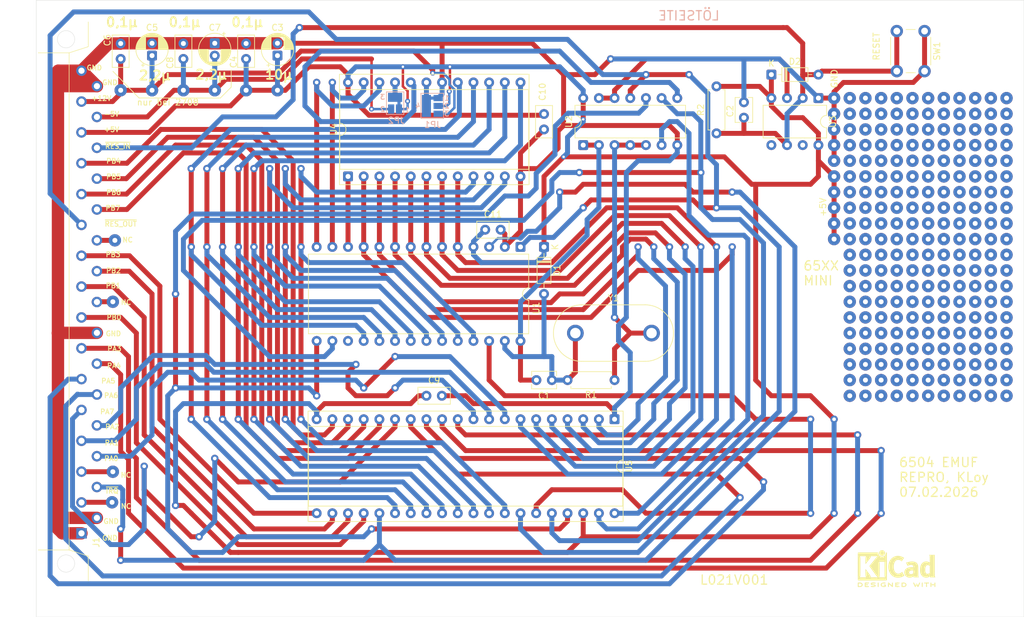
<source format=kicad_pcb>
(kicad_pcb (version 20241229) (generator "pcbnew") (generator_version "9.0")
  (title_block (title "6504 EMUF Reproduktion") (date "2026-02-07") (company "Original from MC 1981 / 2") (comment 1 "K.Loy"))
  (layers (0 "F.Cu" signal) (2 "B.Cu" signal) (13 "F.Paste" user) (15 "B.Paste" user) (5 "F.SilkS" user "F.Silkscreen") (7 "B.SilkS" user "B.Silkscreen") (1 "F.Mask" user) (3 "B.Mask" user) (25 "Edge.Cuts" user))
  (net 0 "")
  (net 1 "Net-(D1-A)")
  (net 2 "Net-(U1-Ø2_out)")
  (net 3 "/~{RES_IN}")
  (net 4 "GND")
  (net 5 "+5V")
  (net 6 "/+12V")
  (net 7 "/-5V")
  (net 8 "/PA0")
  (net 9 "/PA1")
  (net 10 "/PA2")
  (net 11 "/PA7")
  (net 12 "/PA6")
  (net 13 "/PA5")
  (net 14 "/PA4")
  (net 15 "/PA3")
  (net 16 "/PB0")
  (net 17 "/PB1")
  (net 18 "Net-(R1-Pad1)")
  (net 19 "/~{RES}")
  (net 20 "/A10")
  (net 21 "/A11")
  (net 22 "/~{IRQ}")
  (net 24 "/D7")
  (net 25 "/A0")
  (net 26 "/D6")
  (net 27 "/A1")
  (net 28 "/D5")
  (net 29 "/A2")
  (net 30 "/D4")
  (net 31 "/A3")
  (net 32 "/D3")
  (net 33 "/A4")
  (net 34 "/D2")
  (net 35 "/A5")
  (net 36 "/D1")
  (net 37 "/A6")
  (net 38 "/D0")
  (net 39 "/A7")
  (net 40 "/R~{W}")
  (net 41 "/A8")
  (net 42 "/A9")
  (net 43 "Net-(U3-Q)")
  (net 44 "/Ø2")
  (net 47 "Net-(U4-VPP)")
  (net 48 "Net-(U4-A10)")
  (net 49 "/PB2")
  (net 50 "/PB3")
  (net 51 "/PB4")
  (net 52 "/PB5")
  (net 53 "/PB6")
  (net 54 "/PB7")
  (net 55 "Net-(U4-~{OE})")
  (net 56 "/Res20")
  (net 57 "/Res5")
  (net 58 "/Res3")
  (net 59 "/Res16")
  (footprint "Capacitor_THT:C_Disc_D3.8mm_W2.6mm_P2.50mm" (layer "F.Cu") (at 153.035 59.055 90)
    (property "Reference" "C2")
    (property "Value" "100nF")
  )
  (footprint "Capacitor_THT:C_Disc_D5.0mm_W2.5mm_P2.50mm" (layer "F.Cu") (at 72.39 49.53 90)
    (property "Reference" "C4")
    (property "Value" "100nF")
  )
  (footprint "Capacitor_THT:C_Disc_D5.0mm_W2.5mm_P2.50mm" (layer "F.Cu") (at 52.07 49.53 90)
    (property "Reference" "C6")
    (property "Value" "100nF")
  )
  (footprint "Capacitor_THT:C_Disc_D5.0mm_W2.5mm_P2.50mm" (layer "F.Cu") (at 62.23 47.03 -90)
    (property "Reference" "C8")
    (property "Value" "100nF")
  )
  (footprint "Resistor_THT:R_Axial_DIN0207_L6.3mm_D2.5mm_P7.62mm_Horizontal" (layer "F.Cu") (at 132.08 101.6 180)
    (property "Reference" "R1")
    (property "Value" "330k")
  )
  (footprint "Resistor_THT:R_Axial_DIN0207_L6.3mm_D2.5mm_P7.62mm_Horizontal" (layer "F.Cu") (at 148.59 53.975 -90)
    (property "Reference" "R2")
    (property "Value" "2M2")
  )
  (footprint "Package_DIP:DIP-40_W15.24mm_Socket" (layer "F.Cu") (at 132.08 107.95 -90)
    (property "Reference" "U5")
    (property "Value" "6532")
  )
  (footprint "Crystal:Crystal_HC33-U_Vertical" (layer "F.Cu") (at 125.73 93.98)
    (property "Reference" "Y1")
    (property "Value" "1MHz")
  )
  (footprint "Package_DIP:DIP-28_W15.24mm" (layer "F.Cu") (at 116.84 80.01 -90)
    (property "Reference" "U1")
    (property "Value" "6504")
  )
  (footprint "Capacitor_THT:CP_Radial_D5.0mm_P2.00mm" (layer "F.Cu") (at 67.31 46.99 -90)
    (property "Reference" "C7")
    (property "Value" "2,2µ/16V")
  )
  (footprint "Package_DIP:DIP-8_W7.62mm" (layer "F.Cu") (at 165.1 55.88 -90)
    (property "Reference" "U3")
    (property "Value" "555")
  )
  (footprint "Capacitor_THT:C_Disc_D5.0mm_W2.5mm_P2.50mm" (layer "F.Cu") (at 111.125 77.216)
    (property "Reference" "C11")
    (property "Value" "100nF")
  )
  (footprint "Package_DIP:DIP-14_W7.62mm" (layer "F.Cu") (at 127 63.5 90)
    (property "Reference" "U2")
    (property "Value" "7400")
  )
  (footprint "Capacitor_THT:CP_Radial_D5.0mm_P2.00mm" (layer "F.Cu") (at 57.15 48.99 90)
    (property "Reference" "C5")
    (property "Value" "2,2µ/16V")
  )
  (footprint "Diode_THT:D_DO-35_SOD27_P7.62mm_Horizontal" (layer "F.Cu") (at 120.65 80.01 -90)
    (property "Reference" "D1")
    (property "Value" "1N4148")
  )
  (footprint "Capacitor_THT:C_Disc_D5.0mm_W2.5mm_P2.50mm" (layer "F.Cu") (at 101.6 104.14)
    (property "Reference" "C9")
    (property "Value" "100nF")
  )
  (footprint "Capacitor_THT:C_Disc_D3.8mm_W2.6mm_P2.50mm" (layer "F.Cu") (at 121.92 101.6 180)
    (property "Reference" "C1")
    (property "Value" "10p")
  )
  (footprint "MyLib:Con_31_DIN41617_Stiftleiste" (layer "F.Cu") (at 45.72 126.94 -90)
    (property "Reference" "J1")
    (property "Value" "Conn_01x31")
    (fp_circle (center -80.6 2.5) (end -79.2 2.5) (stroke (width 0.05)) (fill no) (layer "Edge.Cuts"))
    (fp_circle (center 4.4 2.5) (end 5.8 2.5) (stroke (width 0.05)) (fill no) (layer "Edge.Cuts"))
  )
  (footprint "Package_DIP:DIP-24_W15.24mm_Socket" (layer "F.Cu") (at 88.9 68.58 90)
    (property "Reference" "U4")
    (property "Value" "2716/2708")
  )
  (footprint "Button_Switch_THT:SW_PUSH_6mm" (layer "F.Cu") (at 182.3 45.01 -90)
    (property "Reference" "SW1")
    (property "Value" "RESET")
  )
  (footprint "Diode_THT:D_DO-35_SOD27_P7.62mm_Horizontal" (layer "F.Cu") (at 157.48 52.07)
    (property "Reference" "D2")
    (property "Value" "1N4148")
  )
  (footprint "Capacitor_THT:C_Disc_D5.0mm_W2.5mm_P2.50mm" (layer "F.Cu") (at 120.65 58.46 -90)
    (property "Reference" "C10")
    (property "Value" "100nF")
  )
  (footprint "Symbol:KiCad-Logo2_5mm_SilkScreen" (layer "F.Cu") (at 177.76 132.15)
    (property "Reference" "REF**" (hide yes))
    (property "Value" "KiCad-Logo2_5mm_SilkScreen" (hide yes))
  )
  (footprint "MountingHole:MountingHole_3.2mm_M3" (layer "F.Cu") (at 190.42 47.97)
    (property "Reference" "REF**" (hide yes))
    (property "Value" "MountingHole_3.2mm_M3" (hide yes))
  )
  (footprint "MountingHole:MountingHole_3.2mm_M3" (layer "F.Cu") (at 190.4 132)
    (property "Reference" "REF**" (hide yes))
    (property "Value" "MountingHole_3.2mm_M3" (hide yes))
  )
  (footprint "Capacitor_THT:CP_Radial_D5.0mm_P2.00mm" (layer "F.Cu") (at 77.47 48.99 90)
    (property "Reference" "C3")
    (property "Value" "10µ/16V")
  )
  (footprint "MyLib:Jumper_4" (layer "B.Cu") (at 102.616 57.15 180)
    (property "Reference" "JP1")
    (property "Value" "JUMPER4_")
  )
  (footprint "MyLib:Jumper_3" (layer "B.Cu") (at 95.885 56.769 90)
    (property "Reference" "JP2")
    (property "Value" "JUMPER3_")
  )
  (gr_line (start 68.199 55.88) (end 69.977 54.102) (stroke (width 0.12)) (layer "F.SilkS"))
  (gr_line (start 55.04 55.86) (end 68.199 55.88) (stroke (width 0.12)) (layer "F.SilkS"))
  (gr_line (start 69.977 54.102) (end 69.977 51.308) (stroke (width 0.12)) (layer "F.SilkS"))
  (gr_line (start 50.82 51.54) (end 55.04 55.86) (stroke (width 0.12)) (layer "F.SilkS"))
  (gr_rect (start 38.4 40) (end 198.4 140) (stroke (width 0.05)) (fill no) (layer "Edge.Cuts"))
  (gr_text "0,1µ" (at 59.69 44.45 0) (layer "F.SilkS") (effects (font (size 1.5 1.5) (thickness 0.3) (bold yes)) (justify left bottom)))
  (gr_text "2,2µ" (at 54.864 53.086 0) (layer "F.SilkS") (effects (font (size 1.5 1.5) (thickness 0.3) (bold yes)) (justify left bottom)))
  (gr_text "PA5" (at 48.8442 102.2096 0) (layer "F.SilkS") (effects (font (size 0.8 0.8)) (justify left bottom)))
  (gr_text "PA4" (at 49.784 99.7458 0) (layer "F.SilkS") (effects (font (size 0.8 0.8)) (justify left bottom)))
  (gr_text "PA1" (at 49.403 112.2426 0) (layer "F.SilkS") (effects (font (size 0.8 0.8)) (justify left bottom)))
  (gr_text "GND" (at 49 53.82 0) (layer "F.SilkS") (effects (font (size 0.8 0.8)) (justify left bottom)))
  (gr_text "GND" (at 168.275 54.356 90) (layer "F.SilkS") (effects (font (size 1 1)) (justify left bottom)))
  (gr_text "PB0" (at 49.7078 91.8972 0) (layer "F.SilkS") (effects (font (size 0.8 0.8)) (justify left bottom)))
  (gr_text "PB4" (at 49.657 66.548 0) (layer "F.SilkS") (effects (font (size 0.8 0.8)) (justify left bottom)))
  (gr_text "PB6" (at 49.657 71.628 0) (layer "F.SilkS") (effects (font (size 0.8 0.8)) (justify left bottom)))
  (gr_text "PA3" (at 49.8348 96.9772 0) (layer "F.SilkS") (effects (font (size 0.8 0.8)) (justify left bottom)))
  (gr_text "0,1µ" (at 49.53 44.45 0) (layer "F.SilkS") (effects (font (size 1.5 1.5) (thickness 0.3) (bold yes)) (justify left bottom)))
  (gr_text "2,2µ" (at 64.008 52.959 0) (layer "F.SilkS") (effects (font (size 1.5 1.5) (thickness 0.3) (bold yes)) (justify left bottom)))
  (gr_text "~{RES_OUT}" (at 49.39 76.76 0) (layer "F.SilkS") (effects (font (size 0.8 0.8)) (justify left bottom)))
  (gr_text "NC" (at 52.03 89.46 0) (layer "F.SilkS") (effects (font (size 0.8 0.8)) (justify left bottom)))
  (gr_text "NC" (at 52.28 79.33 0) (layer "F.SilkS") (effects (font (size 0.8 0.8)) (justify left bottom)))
  (gr_text "-5V" (at 49.276 58.928 0) (layer "F.SilkS") (effects (font (size 0.8 0.8)) (justify left bottom)))
  (gr_text "nur bei 2708" (at 54.61 57.15 0) (layer "F.SilkS") (effects (font (size 1 1)) (justify left bottom)))
  (gr_text "6504 EMUF\nREPRO, KLoy\n07.02.2026" (at 178.054 120.65 0) (layer "F.SilkS") (effects (font (size 1.5 1.5) (thickness 0.2)) (justify left bottom)))
  (gr_text "PB1" (at 49.5808 86.7664 0) (layer "F.SilkS") (effects (font (size 0.8 0.8)) (justify left bottom)))
  (gr_text "65XX\nMINI" (at 162.56 86.36 0) (layer "F.SilkS") (effects (font (size 1.5 1.5) (thickness 0.2)) (justify left bottom)))
  (gr_text "PB3" (at 49.5554 81.7118 0) (layer "F.SilkS") (effects (font (size 0.8 0.8)) (justify left bottom)))
  (gr_text "10µ" (at 75.311 52.959 0) (layer "F.SilkS") (effects (font (size 1.5 1.5) (thickness 0.3) (bold yes)) (justify left bottom)))
  (gr_text "PA6" (at 49.3014 104.5718 0) (layer "F.SilkS") (effects (font (size 0.8 0.8)) (justify left bottom)))
  (gr_text "GND" (at 49.2 124.97 0) (layer "F.SilkS") (effects (font (size 0.8 0.8)) (justify left bottom)))
  (gr_text "PA2" (at 49.4792 109.6264 0) (layer "F.SilkS") (effects (font (size 0.8 0.8)) (justify left bottom)))
  (gr_text "+5V" (at 49.28 61.44 0) (layer "F.SilkS") (effects (font (size 0.8 0.8)) (justify left bottom)))
  (gr_text "PA0" (at 49.3268 114.7826 0) (layer "F.SilkS") (effects (font (size 0.8 0.8)) (justify left bottom)))
  (gr_text "+5V" (at 166.43 75.184 90) (layer "F.SilkS") (effects (font (size 1 1)) (justify left bottom)))
  (gr_text "GND" (at 49 127.67 0) (layer "F.SilkS") (effects (font (size 0.8 0.8)) (justify left bottom)))
  (gr_text "L021V001" (at 145.796 134.874 0) (layer "F.SilkS") (effects (font (size 1.5 1.5) (thickness 0.2)) (justify left bottom)))
  (gr_text "PB7" (at 49.53 74.168 0) (layer "F.SilkS") (effects (font (size 0.8 0.8)) (justify left bottom)))
  (gr_text "PB2" (at 49.6316 84.328 0) (layer "F.SilkS") (effects (font (size 0.8 0.8)) (justify left bottom)))
  (gr_text "~{RES_IN}" (at 49.46 64.16 0) (layer "F.SilkS") (effects (font (size 0.8 0.8)) (justify left bottom)))
  (gr_text "NC" (at 52 117.47 0) (layer "F.SilkS") (effects (font (size 0.8 0.8)) (justify left bottom)))
  (gr_text "0,1µ" (at 69.85 44.45 0) (layer "F.SilkS") (effects (font (size 1.5 1.5) (thickness 0.3) (bold yes)) (justify left bottom)))
  (gr_text "PA7" (at 48.6664 107.188 0) (layer "F.SilkS") (effects (font (size 0.8 0.8)) (justify left bottom)))
  (gr_text "NC" (at 52.03 122.52 0) (layer "F.SilkS") (effects (font (size 0.8 0.8)) (justify left bottom)))
  (gr_text "GND" (at 49.57 94.54 0) (layer "F.SilkS") (effects (font (size 0.8 0.8)) (justify left bottom)))
  (gr_text "~{IRQ}" (at 49.57 120.05 0) (layer "F.SilkS") (effects (font (size 0.8 0.8)) (justify left bottom)))
  (gr_text "+12V" (at 47.244 56.388 0) (layer "F.SilkS") (effects (font (size 0.8 0.8)) (justify left bottom)))
  (gr_text "GND" (at 46.482 51.435 0) (layer "F.SilkS") (effects (font (size 0.8 0.8)) (justify left bottom)))
  (gr_text "PB5" (at 49.657 69.088 0) (layer "F.SilkS") (effects (font (size 0.8 0.8)) (justify left bottom)))
  (gr_text "LÖTSEITE" (at 149.22 43.4 0) (layer "B.SilkS") (effects (font (size 1.5 1.5) (thickness 0.2)) (justify left bottom mirror)))
  (gr_text "1" (at 98.5 57.8 0) (layer "B.SilkS") (effects (font (size 0.8 0.8)) (justify mirror)))
  (via (at 170.18 101.6) (size 2) (drill 0.8) (layers "F.Cu" "B.Cu") (net 0))
  (via (at 193.04 99.06) (size 2) (drill 0.8) (layers "F.Cu" "B.Cu") (net 0))
  (via (at 193.04 83.82) (size 2) (drill 0.8) (layers "F.Cu" "B.Cu") (net 0))
  (via (at 185.42 76.2) (size 2) (drill 0.8) (layers "F.Cu" "B.Cu") (net 0))
  (via (at 170.18 55.88) (size 2) (drill 0.8) (layers "F.Cu" "B.Cu") (net 0))
  (via (at 185.42 83.82) (size 2) (drill 0.8) (layers "F.Cu" "B.Cu") (net 0))
  (via (at 185.42 86.36) (size 2) (drill 0.8) (layers "F.Cu" "B.Cu") (net 0))
  (via (at 170.18 104.14) (size 2) (drill 0.8) (layers "F.Cu" "B.Cu") (net 0))
  (via (at 175.26 76.2) (size 2) (drill 0.8) (layers "F.Cu" "B.Cu") (net 0))
  (via (at 195.58 60.96) (size 2) (drill 0.8) (layers "F.Cu" "B.Cu") (net 0))
  (via (at 187.96 91.44) (size 2) (drill 0.8) (layers "F.Cu" "B.Cu") (net 0))
  (via (at 180.34 99.06) (size 2) (drill 0.8) (layers "F.Cu" "B.Cu") (net 0))
  (via (at 175.26 73.66) (size 2) (drill 0.8) (layers "F.Cu" "B.Cu") (net 0))
  (via (at 187.96 101.6) (size 2) (drill 0.8) (layers "F.Cu" "B.Cu") (net 0))
  (via (at 172.72 93.98) (size 2) (drill 0.8) (layers "F.Cu" "B.Cu") (net 0))
  (via (at 182.88 96.52) (size 2) (drill 0.8) (layers "F.Cu" "B.Cu") (net 0))
  (via (at 180.34 76.2) (size 2) (drill 0.8) (layers "F.Cu" "B.Cu") (net 0))
  (via (at 195.58 66.04) (size 2) (drill 0.8) (layers "F.Cu" "B.Cu") (net 0))
  (via (at 180.34 60.96) (size 2) (drill 0.8) (layers "F.Cu" "B.Cu") (net 0))
  (via (at 170.18 83.82) (size 2) (drill 0.8) (layers "F.Cu" "B.Cu") (net 0))
  (via (at 180.34 78.74) (size 2) (drill 0.8) (layers "F.Cu" "B.Cu") (net 0))
  (via (at 185.42 101.6) (size 2) (drill 0.8) (layers "F.Cu" "B.Cu") (net 0))
  (via (at 177.8 73.66) (size 2) (drill 0.8) (layers "F.Cu" "B.Cu") (net 0))
  (via (at 177.8 86.36) (size 2) (drill 0.8) (layers "F.Cu" "B.Cu") (net 0))
  (via (at 195.58 71.12) (size 2) (drill 0.8) (layers "F.Cu" "B.Cu") (net 0))
  (via (at 172.72 58.42) (size 2) (drill 0.8) (layers "F.Cu" "B.Cu") (net 0))
  (via (at 182.88 66.04) (size 2) (drill 0.8) (layers "F.Cu" "B.Cu") (net 0))
  (via (at 190.5 66.04) (size 2) (drill 0.8) (layers "F.Cu" "B.Cu") (net 0))
  (via (at 190.5 93.98) (size 2) (drill 0.8) (layers "F.Cu" "B.Cu") (net 0))
  (via (at 180.34 88.9) (size 2) (drill 0.8) (layers "F.Cu" "B.Cu") (net 0))
  (via (at 177.8 93.98) (size 2) (drill 0.8) (layers "F.Cu" "B.Cu") (net 0))
  (via (at 182.88 78.74) (size 2) (drill 0.8) (layers "F.Cu" "B.Cu") (net 0))
  (via (at 175.26 86.36) (size 2) (drill 0.8) (layers "F.Cu" "B.Cu") (net 0))
  (via (at 170.18 66.04) (size 2) (drill 0.8) (layers "F.Cu" "B.Cu") (net 0))
  (via (at 177.8 104.14) (size 2) (drill 0.8) (layers "F.Cu" "B.Cu") (net 0))
  (via (at 187.96 96.52) (size 2) (drill 0.8) (layers "F.Cu" "B.Cu") (net 0))
  (via (at 185.42 88.9) (size 2) (drill 0.8) (layers "F.Cu" "B.Cu") (net 0))
  (via (at 172.72 104.14) (size 2) (drill 0.8) (layers "F.Cu" "B.Cu") (net 0))
  (via (at 195.58 55.88) (size 2) (drill 0.8) (layers "F.Cu" "B.Cu") (net 0))
  (via (at 172.72 71.12) (size 2) (drill 0.8) (layers "F.Cu" "B.Cu") (net 0))
  (via (at 190.5 101.6) (size 2) (drill 0.8) (layers "F.Cu" "B.Cu") (net 0))
  (via (at 185.42 63.5) (size 2) (drill 0.8) (layers "F.Cu" "B.Cu") (net 0))
  (via (at 187.96 76.2) (size 2) (drill 0.8) (layers "F.Cu" "B.Cu") (net 0))
  (via (at 175.26 104.14) (size 2) (drill 0.8) (layers "F.Cu" "B.Cu") (net 0))
  (via (at 172.72 66.04) (size 2) (drill 0.8) (layers "F.Cu" "B.Cu") (net 0))
  (via (at 187.96 81.28) (size 2) (drill 0.8) (layers "F.Cu" "B.Cu") (net 0))
  (via (at 190.5 58.42) (size 2) (drill 0.8) (layers "F.Cu" "B.Cu") (net 0))
  (via (at 177.8 81.28) (size 2) (drill 0.8) (layers "F.Cu" "B.Cu") (net 0))
  (via (at 190.5 63.5) (size 2) (drill 0.8) (layers "F.Cu" "B.Cu") (net 0))
  (via (at 175.26 66.04) (size 2) (drill 0.8) (layers "F.Cu" "B.Cu") (net 0))
  (via (at 172.72 60.96) (size 2) (drill 0.8) (layers "F.Cu" "B.Cu") (net 0))
  (via (at 172.72 86.36) (size 2) (drill 0.8) (layers "F.Cu" "B.Cu") (net 0))
  (via (at 195.58 91.44) (size 2) (drill 0.8) (layers "F.Cu" "B.Cu") (net 0))
  (via (at 175.26 68.58) (size 2) (drill 0.8) (layers "F.Cu" "B.Cu") (net 0))
  (via (at 187.96 66.04) (size 2) (drill 0.8) (layers "F.Cu" "B.Cu") (net 0))
  (via (at 182.88 104.14) (size 2) (drill 0.8) (layers "F.Cu" "B.Cu") (net 0))
  (via (at 190.5 76.2) (size 2) (drill 0.8) (layers "F.Cu" "B.Cu") (net 0))
  (via (at 185.42 68.58) (size 2) (drill 0.8) (layers "F.Cu" "B.Cu") (net 0))
  (via (at 172.72 73.66) (size 2) (drill 0.8) (layers "F.Cu" "B.Cu") (net 0))
  (via (at 187.96 60.96) (size 2) (drill 0.8) (layers "F.Cu" "B.Cu") (net 0))
  (via (at 187.96 78.74) (size 2) (drill 0.8) (layers "F.Cu" "B.Cu") (net 0))
  (via (at 180.34 83.82) (size 2) (drill 0.8) (layers "F.Cu" "B.Cu") (net 0))
  (via (at 182.88 99.06) (size 2) (drill 0.8) (layers "F.Cu" "B.Cu") (net 0))
  (via (at 170.18 68.58) (size 2) (drill 0.8) (layers "F.Cu" "B.Cu") (net 0))
  (via (at 180.34 104.14) (size 2) (drill 0.8) (layers "F.Cu" "B.Cu") (net 0))
  (via (at 190.5 60.96) (size 2) (drill 0.8) (layers "F.Cu" "B.Cu") (net 0))
  (via (at 182.88 88.9) (size 2) (drill 0.8) (layers "F.Cu" "B.Cu") (net 0))
  (via (at 195.58 63.5) (size 2) (drill 0.8) (layers "F.Cu" "B.Cu") (net 0))
  (via (at 175.26 99.06) (size 2) (drill 0.8) (layers "F.Cu" "B.Cu") (net 0))
  (via (at 170.18 86.36) (size 2) (drill 0.8) (layers "F.Cu" "B.Cu") (net 0))
  (via (at 180.34 63.5) (size 2) (drill 0.8) (layers "F.Cu" "B.Cu") (net 0))
  (via (at 190.5 73.66) (size 2) (drill 0.8) (layers "F.Cu" "B.Cu") (net 0))
  (via (at 170.18 71.12) (size 2) (drill 0.8) (layers "F.Cu" "B.Cu") (net 0))
  (via (at 185.42 66.04) (size 2) (drill 0.8) (layers "F.Cu" "B.Cu") (net 0))
  (via (at 180.34 96.52) (size 2) (drill 0.8) (layers "F.Cu" "B.Cu") (net 0))
  (via (at 175.26 58.42) (size 2) (drill 0.8) (layers "F.Cu" "B.Cu") (net 0))
  (via (at 180.34 91.44) (size 2) (drill 0.8) (layers "F.Cu" "B.Cu") (net 0))
  (via (at 185.42 96.52) (size 2) (drill 0.8) (layers "F.Cu" "B.Cu") (net 0))
  (via (at 172.72 83.82) (size 2) (drill 0.8) (layers "F.Cu" "B.Cu") (net 0))
  (via (at 180.34 58.42) (size 2) (drill 0.8) (layers "F.Cu" "B.Cu") (net 0))
  (via (at 190.5 91.44) (size 2) (drill 0.8) (layers "F.Cu" "B.Cu") (net 0))
  (via (at 195.58 73.66) (size 2) (drill 0.8) (layers "F.Cu" "B.Cu") (net 0))
  (via (at 185.42 104.14) (size 2) (drill 0.8) (layers "F.Cu" "B.Cu") (net 0))
  (via (at 187.96 71.12) (size 2) (drill 0.8) (layers "F.Cu" "B.Cu") (net 0))
  (via (at 193.04 73.66) (size 2) (drill 0.8) (layers "F.Cu" "B.Cu") (net 0))
  (via (at 182.88 71.12) (size 2) (drill 0.8) (layers "F.Cu" "B.Cu") (net 0))
  (via (at 177.8 78.74) (size 2) (drill 0.8) (layers "F.Cu" "B.Cu") (net 0))
  (via (at 182.88 86.36) (size 2) (drill 0.8) (layers "F.Cu" "B.Cu") (net 0))
  (via (at 170.18 63.5) (size 2) (drill 0.8) (layers "F.Cu" "B.Cu") (net 0))
  (via (at 177.8 101.6) (size 2) (drill 0.8) (layers "F.Cu" "B.Cu") (net 0))
  (via (at 182.88 63.5) (size 2) (drill 0.8) (layers "F.Cu" "B.Cu") (net 0))
  (via (at 187.96 58.42) (size 2) (drill 0.8) (layers "F.Cu" "B.Cu") (net 0))
  (via (at 193.04 81.28) (size 2) (drill 0.8) (layers "F.Cu" "B.Cu") (net 0))
  (via (at 175.26 93.98) (size 2) (drill 0.8) (layers "F.Cu" "B.Cu") (net 0))
  (via (at 182.88 101.6) (size 2) (drill 0.8) (layers "F.Cu" "B.Cu") (net 0))
  (via (at 180.34 81.28) (size 2) (drill 0.8) (layers "F.Cu" "B.Cu") (net 0))
  (via (at 185.42 81.28) (size 2) (drill 0.8) (layers "F.Cu" "B.Cu") (net 0))
  (via (at 180.34 55.88) (size 2) (drill 0.8) (layers "F.Cu" "B.Cu") (net 0))
  (via (at 195.58 88.9) (size 2) (drill 0.8) (layers "F.Cu" "B.Cu") (net 0))
  (via (at 185.42 71.12) (size 2) (drill 0.8) (layers "F.Cu" "B.Cu") (net 0))
  (via (at 177.8 58.42) (size 2) (drill 0.8) (layers "F.Cu" "B.Cu") (net 0))
  (via (at 177.8 91.44) (size 2) (drill 0.8) (layers "F.Cu" "B.Cu") (net 0))
  (via (at 175.26 55.88) (size 2) (drill 0.8) (layers "F.Cu" "B.Cu") (net 0))
  (via (at 195.58 81.28) (size 2) (drill 0.8) (layers "F.Cu" "B.Cu") (net 0))
  (via (at 180.34 66.04) (size 2) (drill 0.8) (layers "F.Cu" "B.Cu") (net 0))
  (via (at 175.26 81.28) (size 2) (drill 0.8) (layers "F.Cu" "B.Cu") (net 0))
  (via (at 180.34 86.36) (size 2) (drill 0.8) (layers "F.Cu" "B.Cu") (net 0))
  (via (at 170.18 76.2) (size 2) (drill 0.8) (layers "F.Cu" "B.Cu") (net 0))
  (via (at 175.26 60.96) (size 2) (drill 0.8) (layers "F.Cu" "B.Cu") (net 0))
  (via (at 185.42 60.96) (size 2) (drill 0.8) (layers "F.Cu" "B.Cu") (net 0))
  (via (at 175.26 63.5) (size 2) (drill 0.8) (layers "F.Cu" "B.Cu") (net 0))
  (via (at 172.72 96.52) (size 2) (drill 0.8) (layers "F.Cu" "B.Cu") (net 0))
  (via (at 195.58 104.14) (size 2) (drill 0.8) (layers "F.Cu" "B.Cu") (net 0))
  (via (at 185.42 55.88) (size 2) (drill 0.8) (layers "F.Cu" "B.Cu") (net 0))
  (via (at 195.58 93.98) (size 2) (drill 0.8) (layers "F.Cu" "B.Cu") (net 0))
  (via (at 170.18 58.42) (size 2) (drill 0.8) (layers "F.Cu" "B.Cu") (net 0))
  (via (at 193.04 68.58) (size 2) (drill 0.8) (layers "F.Cu" "B.Cu") (net 0))
  (via (at 172.72 88.9) (size 2) (drill 0.8) (layers "F.Cu" "B.Cu") (net 0))
  (via (at 187.96 73.66) (size 2) (drill 0.8) (layers "F.Cu" "B.Cu") (net 0))
  (via (at 170.18 88.9) (size 2) (drill 0.8) (layers "F.Cu" "B.Cu") (net 0))
  (via (at 182.88 91.44) (size 2) (drill 0.8) (layers "F.Cu" "B.Cu") (net 0))
  (via (at 185.42 99.06) (size 2) (drill 0.8) (layers "F.Cu" "B.Cu") (net 0))
  (via (at 190.5 104.14) (size 2) (drill 0.8) (layers "F.Cu" "B.Cu") (net 0))
  (via (at 187.96 83.82) (size 2) (drill 0.8) (layers "F.Cu" "B.Cu") (net 0))
  (via (at 193.04 71.12) (size 2) (drill 0.8) (layers "F.Cu" "B.Cu") (net 0))
  (via (at 185.42 58.42) (size 2) (drill 0.8) (layers "F.Cu" "B.Cu") (net 0))
  (via (at 193.04 58.42) (size 2) (drill 0.8) (layers "F.Cu" "B.Cu") (net 0))
  (via (at 190.5 96.52) (size 2) (drill 0.8) (layers "F.Cu" "B.Cu") (net 0))
  (via (at 193.04 86.36) (size 2) (drill 0.8) (layers "F.Cu" "B.Cu") (net 0))
  (via (at 170.18 96.52) (size 2) (drill 0.8) (layers "F.Cu" "B.Cu") (net 0))
  (via (at 190.5 55.88) (size 2) (drill 0.8) (layers "F.Cu" "B.Cu") (net 0))
  (via (at 170.18 93.98) (size 2) (drill 0.8) (layers "F.Cu" "B.Cu") (net 0))
  (via (at 195.58 101.6) (size 2) (drill 0.8) (layers "F.Cu" "B.Cu") (net 0))
  (via (at 172.72 76.2) (size 2) (drill 0.8) (layers "F.Cu" "B.Cu") (net 0))
  (via (at 187.96 104.14) (size 2) (drill 0.8) (layers "F.Cu" "B.Cu") (net 0))
  (via (at 193.04 76.2) (size 2) (drill 0.8) (layers "F.Cu" "B.Cu") (net 0))
  (via (at 190.5 68.58) (size 2) (drill 0.8) (layers "F.Cu" "B.Cu") (net 0))
  (via (at 193.04 104.14) (size 2) (drill 0.8) (layers "F.Cu" "B.Cu") (net 0))
  (via (at 177.8 68.58) (size 2) (drill 0.8) (layers "F.Cu" "B.Cu") (net 0))
  (via (at 185.42 91.44) (size 2) (drill 0.8) (layers "F.Cu" "B.Cu") (net 0))
  (via (at 193.04 66.04) (size 2) (drill 0.8) (layers "F.Cu" "B.Cu") (net 0))
  (via (at 175.26 96.52) (size 2) (drill 0.8) (layers "F.Cu" "B.Cu") (net 0))
  (via (at 195.58 99.06) (size 2) (drill 0.8) (layers "F.Cu" "B.Cu") (net 0))
  (via (at 193.04 78.74) (size 2) (drill 0.8) (layers "F.Cu" "B.Cu") (net 0))
  (via (at 172.72 68.58) (size 2) (drill 0.8) (layers "F.Cu" "B.Cu") (net 0))
  (via (at 177.8 71.12) (size 2) (drill 0.8) (layers "F.Cu" "B.Cu") (net 0))
  (via (at 172.72 99.06) (size 2) (drill 0.8) (layers "F.Cu" "B.Cu") (net 0))
  (via (at 187.96 86.36) (size 2) (drill 0.8) (layers "F.Cu" "B.Cu") (net 0))
  (via (at 180.34 68.58) (size 2) (drill 0.8) (layers "F.Cu" "B.Cu") (net 0))
  (via (at 177.8 83.82) (size 2) (drill 0.8) (layers "F.Cu" "B.Cu") (net 0))
  (via (at 190.5 81.28) (size 2) (drill 0.8) (layers "F.Cu" "B.Cu") (net 0))
  (via (at 190.5 83.82) (size 2) (drill 0.8) (layers "F.Cu" "B.Cu") (net 0))
  (via (at 180.34 71.12) (size 2) (drill 0.8) (layers "F.Cu" "B.Cu") (net 0))
  (via (at 177.8 99.06) (size 2) (drill 0.8) (layers "F.Cu" "B.Cu") (net 0))
  (via (at 177.8 66.04) (size 2) (drill 0.8) (layers "F.Cu" "B.Cu") (net 0))
  (via (at 187.96 93.98) (size 2) (drill 0.8) (layers "F.Cu" "B.Cu") (net 0))
  (via (at 170.18 91.44) (size 2) (drill 0.8) (layers "F.Cu" "B.Cu") (net 0))
  (via (at 190.5 71.12) (size 2) (drill 0.8) (layers "F.Cu" "B.Cu") (net 0))
  (via (at 195.58 78.74) (size 2) (drill 0.8) (layers "F.Cu" "B.Cu") (net 0))
  (via (at 195.58 96.52) (size 2) (drill 0.8) (layers "F.Cu" "B.Cu") (net 0))
  (via (at 177.8 76.2) (size 2) (drill 0.8) (layers "F.Cu" "B.Cu") (net 0))
  (via (at 182.88 81.28) (size 2) (drill 0.8) (layers "F.Cu" "B.Cu") (net 0))
  (via (at 187.96 63.5) (size 2) (drill 0.8) (layers "F.Cu" "B.Cu") (net 0))
  (via (at 187.96 55.88) (size 2) (drill 0.8) (layers "F.Cu" "B.Cu") (net 0))
  (via (at 180.34 101.6) (size 2) (drill 0.8) (layers "F.Cu" "B.Cu") (net 0))
  (via (at 172.72 101.6) (size 2) (drill 0.8) (layers "F.Cu" "B.Cu") (net 0))
  (via (at 193.04 88.9) (size 2) (drill 0.8) (layers "F.Cu" "B.Cu") (net 0))
  (via (at 172.72 55.88) (size 2) (drill 0.8) (layers "F.Cu" "B.Cu") (net 0))
  (via (at 182.88 55.88) (size 2) (drill 0.8) (layers "F.Cu" "B.Cu") (net 0))
  (via (at 187.96 68.58) (size 2) (drill 0.8) (layers "F.Cu" "B.Cu") (net 0))
  (via (at 190.5 88.9) (size 2) (drill 0.8) (layers "F.Cu" "B.Cu") (net 0))
  (via (at 177.8 96.52) (size 2) (drill 0.8) (layers "F.Cu" "B.Cu") (net 0))
  (via (at 195.58 76.2) (size 2) (drill 0.8) (layers "F.Cu" "B.Cu") (net 0))
  (via (at 195.58 58.42) (size 2) (drill 0.8) (layers "F.Cu" "B.Cu") (net 0))
  (via (at 177.8 88.9) (size 2) (drill 0.8) (layers "F.Cu" "B.Cu") (net 0))
  (via (at 175.26 78.74) (size 2) (drill 0.8) (layers "F.Cu" "B.Cu") (net 0))
  (via (at 187.96 88.9) (size 2) (drill 0.8) (layers "F.Cu" "B.Cu") (net 0))
  (via (at 185.42 78.74) (size 2) (drill 0.8) (layers "F.Cu" "B.Cu") (net 0))
  (via (at 195.58 83.82) (size 2) (drill 0.8) (layers "F.Cu" "B.Cu") (net 0))
  (via (at 177.8 60.96) (size 2) (drill 0.8) (layers "F.Cu" "B.Cu") (net 0))
  (via (at 172.72 81.28) (size 2) (drill 0.8) (layers "F.Cu" "B.Cu") (net 0))
  (via (at 190.5 86.36) (size 2) (drill 0.8) (layers "F.Cu" "B.Cu") (net 0))
  (via (at 170.18 99.06) (size 2) (drill 0.8) (layers "F.Cu" "B.Cu") (net 0))
  (via (at 172.72 91.44) (size 2) (drill 0.8) (layers "F.Cu" "B.Cu") (net 0))
  (via (at 182.88 76.2) (size 2) (drill 0.8) (layers "F.Cu" "B.Cu") (net 0))
  (via (at 193.04 55.88) (size 2) (drill 0.8) (layers "F.Cu" "B.Cu") (net 0))
  (via (at 182.88 58.42) (size 2) (drill 0.8) (layers "F.Cu" "B.Cu") (net 0))
  (via (at 193.04 96.52) (size 2) (drill 0.8) (layers "F.Cu" "B.Cu") (net 0))
  (via (at 177.8 55.88) (size 2) (drill 0.8) (layers "F.Cu" "B.Cu") (net 0))
  (via (at 185.42 93.98) (size 2) (drill 0.8) (layers "F.Cu" "B.Cu") (net 0))
  (via (at 195.58 86.36) (size 2) (drill 0.8) (layers "F.Cu" "B.Cu") (net 0))
  (via (at 193.04 60.96) (size 2) (drill 0.8) (layers "F.Cu" "B.Cu") (net 0))
  (via (at 195.58 68.58) (size 2) (drill 0.8) (layers "F.Cu" "B.Cu") (net 0))
  (via (at 182.88 60.96) (size 2) (drill 0.8) (layers "F.Cu" "B.Cu") (net 0))
  (via (at 182.88 93.98) (size 2) (drill 0.8) (layers "F.Cu" "B.Cu") (net 0))
  (via (at 180.34 73.66) (size 2) (drill 0.8) (layers "F.Cu" "B.Cu") (net 0))
  (via (at 170.18 73.66) (size 2) (drill 0.8) (layers "F.Cu" "B.Cu") (net 0))
  (via (at 190.5 99.06) (size 2) (drill 0.8) (layers "F.Cu" "B.Cu") (net 0))
  (via (at 170.18 78.74) (size 2) (drill 0.8) (layers "F.Cu" "B.Cu") (net 0))
  (via (at 182.88 68.58) (size 2) (drill 0.8) (layers "F.Cu" "B.Cu") (net 0))
  (via (at 172.72 78.74) (size 2) (drill 0.8) (layers "F.Cu" "B.Cu") (net 0))
  (via (at 172.72 63.5) (size 2) (drill 0.8) (layers "F.Cu" "B.Cu") (net 0))
  (via (at 193.04 91.44) (size 2) (drill 0.8) (layers "F.Cu" "B.Cu") (net 0))
  (via (at 170.18 60.96) (size 2) (drill 0.8) (layers "F.Cu" "B.Cu") (net 0))
  (via (at 175.26 91.44) (size 2) (drill 0.8) (layers "F.Cu" "B.Cu") (net 0))
  (via (at 193.04 63.5) (size 2) (drill 0.8) (layers "F.Cu" "B.Cu") (net 0))
  (via (at 185.42 73.66) (size 2) (drill 0.8) (layers "F.Cu" "B.Cu") (net 0))
  (via (at 182.88 83.82) (size 2) (drill 0.8) (layers "F.Cu" "B.Cu") (net 0))
  (via (at 177.8 63.5) (size 2) (drill 0.8) (layers "F.Cu" "B.Cu") (net 0))
  (via (at 175.26 83.82) (size 2) (drill 0.8) (layers "F.Cu" "B.Cu") (net 0))
  (via (at 170.18 81.28) (size 2) (drill 0.8) (layers "F.Cu" "B.Cu") (net 0))
  (via (at 182.88 73.66) (size 2) (drill 0.8) (layers "F.Cu" "B.Cu") (net 0))
  (via (at 180.34 93.98) (size 2) (drill 0.8) (layers "F.Cu" "B.Cu") (net 0))
  (via (at 193.04 101.6) (size 2) (drill 0.8) (layers "F.Cu" "B.Cu") (net 0))
  (via (at 187.96 99.06) (size 2) (drill 0.8) (layers "F.Cu" "B.Cu") (net 0))
  (via (at 193.04 93.98) (size 2) (drill 0.8) (layers "F.Cu" "B.Cu") (net 0))
  (via (at 190.5 78.74) (size 2) (drill 0.8) (layers "F.Cu" "B.Cu") (net 0))
  (via (at 175.26 101.6) (size 2) (drill 0.8) (layers "F.Cu" "B.Cu") (net 0))
  (via (at 175.26 88.9) (size 2) (drill 0.8) (layers "F.Cu" "B.Cu") (net 0))
  (via (at 175.26 71.12) (size 2) (drill 0.8) (layers "F.Cu" "B.Cu") (net 0))
  (segment (start 125.73 100.33) (end 125.73 93.98) (width 0.8) (layer "F.Cu") (net 1))
  (segment (start 124.46 101.6) (end 125.73 100.33) (width 0.8) (layer "F.Cu") (net 1))
  (segment (start 114.3 95.25) (end 114.3 96.52) (width 0.8) (layer "B.Cu") (net 1))
  (segment (start 114.3 96.52) (end 115.57 97.79) (width 0.8) (layer "B.Cu") (net 1))
  (segment (start 121.92 101.6) (end 124.46 101.6) (width 0.8) (layer "B.Cu") (net 1))
  (segment (start 121.92 97.79) (end 121.92 101.6) (width 0.8) (layer "B.Cu") (net 1))
  (segment (start 120.65 87.63) (end 120.65 97.79) (width 0.8) (layer "B.Cu") (net 1))
  (segment (start 115.57 97.79) (end 120.65 97.79) (width 0.8) (layer "B.Cu") (net 1))
  (segment (start 120.65 97.79) (end 121.92 97.79) (width 0.8) (layer "B.Cu") (net 1))
  (segment (start 127 63.5) (end 129.54 63.5) (width 0.8) (layer "F.Cu") (net 2))
  (segment (start 116.84 101.6) (end 119.42 101.6) (width 0.8) (layer "F.Cu") (net 2))
  (segment (start 116.84 95.25) (end 116.84 101.6) (width 0.8) (layer "F.Cu") (net 2))
  (segment (start 123.825 81.915) (end 116.84 88.9) (width 0.8) (layer "B.Cu") (net 2))
  (segment (start 129.54 73.66) (end 127.635 75.565) (width 0.8) (layer "B.Cu") (net 2))
  (segment (start 127.635 76.2) (end 127.635 78.105) (width 0.8) (layer "B.Cu") (net 2))
  (segment (start 129.54 63.5) (end 129.54 73.66) (width 0.8) (layer "B.Cu") (net 2))
  (segment (start 127.635 78.105) (end 123.825 81.915) (width 0.8) (layer "B.Cu") (net 2))
  (segment (start 116.84 88.9) (end 116.84 95.25) (width 0.8) (layer "B.Cu") (net 2))
  (segment (start 127.635 75.565) (end 127.635 76.2) (width 0.8) (layer "B.Cu") (net 2))
  (segment (start 177.8 51.51) (end 165.66 51.51) (width 0.8) (layer "F.Cu") (net 3))
  (segment (start 161.925 46.355) (end 160.02 44.45) (width 0.8) (layer "F.Cu") (net 3))
  (segment (start 148.59 61.595) (end 153.035 61.595) (width 0.8) (layer "F.Cu") (net 3))
  (segment (start 153.035 61.595) (end 153.035 59.055) (width 0.8) (layer "F.Cu") (net 3))
  (segment (start 162.56 55.88) (end 162.56 52.07) (width 0.8) (layer "F.Cu") (net 3))
  (segment (start 162.56 46.99) (end 161.925 46.355) (width 0.8) (layer "F.Cu") (net 3))
  (segment (start 160.02 44.45) (end 159.385 44.45) (width 0.8) (layer "F.Cu") (net 3))
  (segment (start 177.8 45.01) (end 177.8 51.51) (width 0.8) (layer "F.Cu") (net 3))
  (segment (start 153.035 61.595) (end 158.115 61.595) (width 0.8) (layer "F.Cu") (net 3))
  (segment (start 165.1 52.07) (end 162.56 52.07) (width 0.8) (layer "F.Cu") (net 3))
  (segment (start 159.385 44.45) (end 81.026 44.45) (width 0.8) (layer "F.Cu") (net 3))
  (segment (start 165.66 51.51) (end 165.1 52.07) (width 0.8) (layer "F.Cu") (net 3))
  (segment (start 162.56 52.07) (end 162.56 46.99) (width 0.8) (layer "F.Cu") (net 3))
  (segment (start 158.115 61.595) (end 160.02 63.5) (width 0.8) (layer "F.Cu") (net 3))
  (via (at 81.026 44.45) (size 1.2) (drill 0.6) (layers "F.Cu" "B.Cu") (net 3))
  (segment (start 80.01 56.134) (end 77.216 58.928) (width 0.8) (layer "B.Cu") (net 3))
  (segment (start 63.568 63.94) (end 48.22 63.94) (width 0.8) (layer "B.Cu") (net 3))
  (segment (start 68.58 58.928) (end 63.568 63.94) (width 0.8) (layer "B.Cu") (net 3))
  (segment (start 77.216 58.928) (end 68.58 58.928) (width 0.8) (layer "B.Cu") (net 3))
  (segment (start 81.026 44.45) (end 80.01 45.466) (width 0.8) (layer "B.Cu") (net 3))
  (segment (start 160.02 58.42) (end 160.02 63.5) (width 0.8) (layer "B.Cu") (net 3))
  (segment (start 80.01 45.466) (end 80.01 56.134) (width 0.8) (layer "B.Cu") (net 3))
  (segment (start 162.56 55.88) (end 160.02 58.42) (width 0.8) (layer "B.Cu") (net 3))
  (segment (start 140.97 60.325) (end 142.24 61.595) (width 0.8) (layer "F.Cu") (net 4))
  (segment (start 42.62 126.44) (end 45.72 126.44) (width 2) (layer "F.Cu") (net 4))
  (segment (start 123.825 52.07) (end 128.905 52.07) (width 0.8) (layer "F.Cu") (net 4))
  (segment (start 72.39 47.03) (end 72.43 46.99) (width 2) (layer "F.Cu") (net 4))
  (segment (start 109.22 105.41) (end 107.95 104.14) (width 0.8) (layer "F.Cu") (net 4))
  (segment (start 45.5422 52.7304) (end 46.2763 51.9963) (width 2) (layer "F.Cu") (net 4))
  (segment (start 167.64 54.864) (end 169.164 53.34) (width 0.8) (layer "F.Cu") (net 4))
  (segment (start 128.905 52.07) (end 131.445 49.53) (width 0.8) (layer "F.Cu") (net 4))
  (segment (start 122.936 61.214) (end 123.825 60.325) (width 0.8) (layer "F.Cu") (net 4))
  (segment (start 116.84 64.77) (end 120.65 60.96) (width 0.8) (layer "F.Cu") (net 4))
  (segment (start 41.91 123.19) (end 41.91 125.73) (width 2) (layer "F.Cu") (net 4))
  (segment (start 116.84 67.31) (end 116.84 64.77) (width 0.8) (layer "F.Cu") (net 4))
  (segment (start 167.64 55.88) (end 167.64 54.864) (width 0.8) (layer "F.Cu") (net 4))
  (segment (start 169.164 53.34) (end 180.47 53.34) (width 0.8) (layer "F.Cu") (net 4))
  (segment (start 107.95 104.14) (end 104.1 104.14) (width 0.8) (layer "F.Cu") (net 4))
  (segment (start 132.08 106.68) (end 130.81 105.41) (width 0.8) (layer "F.Cu") (net 4))
  (segment (start 104.14 53.34) (end 104.14 46.99) (width 0.8) (layer "F.Cu") (net 4))
  (segment (start 123.825 60.325) (end 140.97 60.325) (width 0.8) (layer "F.Cu") (net 4))
  (segment (start 132.08 107.95) (end 132.08 106.68) (width 0.8) (layer "F.Cu") (net 4))
  (segment (start 72.35 46.99) (end 72.39 47.03) (width 2) (layer "F.Cu") (net 4))
  (segment (start 41.95 93.94) (end 48.22 93.94) (width 2) (layer "F.Cu") (net 4))
  (segment (start 41.91 53.848) (end 41.91 52.7304) (width 2) (layer "F.Cu") (net 4))
  (segment (start 41.91 52.7304) (end 45.5422 52.7304) (width 2) (layer "F.Cu") (net 4))
  (segment (start 165.1 55.88) (end 167.64 55.88) (width 0.8) (layer "F.Cu") (net 4))
  (segment (start 119.634 67.31) (end 122.936 64.008) (width 0.8) (layer "F.Cu") (net 4))
  (segment (start 41.91 53.848) (end 42.002 53.94) (width 2) (layer "F.Cu") (net 4))
  (segment (start 77.47 46.99) (end 104.14 46.99) (width 0.8) (layer "F.Cu") (net 4))
  (segment (start 41.91 93.98) (end 41.95 93.94) (width 2) (layer "F.Cu") (net 4))
  (segment (start 52.07 47.03) (end 50.13 47.03) (width 2) (layer "F.Cu") (net 4))
  (segment (start 182.3 51.51) (end 182.3 45.01) (width 0.8) (layer "F.Cu") (net 4))
  (segment (start 67.31 46.99) (end 72.35 46.99) (width 2) (layer "F.Cu") (net 4))
  (segment (start 142.24 61.595) (end 142.24 63.5) (width 0.8) (layer "F.Cu") (net 4))
  (segment (start 50.13 47.03) (end 45.72 51.44) (width 2) (layer "F.Cu") (net 4))
  (segment (start 41.91 52.7304) (end 41.91 51.4858) (width 2) (layer "F.Cu") (net 4))
  (segment (start 104.14 46.99) (end 118.745 46.99) (width 0.8) (layer "F.Cu") (net 4))
  (segment (start 167.64 55.88) (end 167.64 66.04) (width 0.8) (layer "F.Cu") (net 4))
  (segment (start 114.3 80.01) (end 116.84 77.47) (width 0.8) (layer "F.Cu") (net 4))
  (segment (start 41.91 125.73) (end 42.62 126.44) (width 2) (layer "F.Cu") (net 4))
  (segment (start 122.936 64.008) (end 122.936 61.214) (width 0.8) (layer "F.Cu") (net 4))
  (segment (start 41.91 93.98) (end 41.91 123.19) (width 2) (layer "F.Cu") (net 4))
  (segment (start 114.3 80.01) (end 114.3 77.891) (width 0.8) (layer "F.Cu") (net 4))
  (segment (start 118.745 46.99) (end 123.825 52.07) (width 0.8) (layer "F.Cu") (net 4))
  (segment (start 116.84 77.47) (end 116.84 68.58) (width 0.8) (layer "F.Cu") (net 4))
  (segment (start 52.07 47.03) (end 52.111 46.989) (width 2) (layer "F.Cu") (net 4))
  (segment (start 45.72 51.44) (end 46.2763 51.9963) (width 2) (layer "F.Cu") (net 4))
  (segment (start 46.2763 51.9963) (end 48.22 53.94) (width 2) (layer "F.Cu") (net 4))
  (segment (start 72.43 46.99) (end 77.47 46.99) (width 2) (layer "F.Cu") (net 4))
  (segment (start 52.111 46.989) (end 57.15 46.989) (width 2) (layer "F.Cu") (net 4))
  (segment (start 41.9558 51.44) (end 45.72 51.44) (width 2) (layer "F.Cu") (net 4))
  (segment (start 114.3 77.891) (end 113.625 77.216) (width 0.8) (layer "F.Cu") (net 4))
  (segment (start 62.23 47.03) (end 62.271 46.989) (width 2) (layer "F.Cu") (net 4))
  (segment (start 41.91 51.4858) (end 41.9558 51.44) (width 2) (layer "F.Cu") (net 4))
  (segment (start 62.19 46.99) (end 62.23 47.03) (width 2) (layer "F.Cu") (net 4))
  (segment (start 123.825 52.07) (end 123.825 60.325) (width 0.8) (layer "F.Cu") (net 4))
  (segment (start 41.91 93.98) (end 41.91 53.848) (width 2) (layer "F.Cu") (net 4))
  (segment (start 57.15 46.99) (end 62.19 46.99) (width 2) (layer "F.Cu") (net 4))
  (segment (start 130.81 105.41) (end 109.22 105.41) (width 0.8) (layer "F.Cu") (net 4))
  (segment (start 62.271 46.989) (end 67.31 46.989) (width 2) (layer "F.Cu") (net 4))
  (segment (start 180.47 53.34) (end 182.3 51.51) (width 0.8) (layer "F.Cu") (net 4))
  (segment (start 42.002 53.94) (end 48.22 53.94) (width 2) (layer "F.Cu") (net 4))
  (segment (start 116.84 67.31) (end 119.634 67.31) (width 0.8) (layer "F.Cu") (net 4))
  (segment (start 116.84 68.58) (end 116.84 67.31) (width 0.8) (layer "F.Cu") (net 4))
  (segment (start 41.91 123.19) (end 42.66 123.94) (width 2) (layer "F.Cu") (net 4))
  (segment (start 42.66 123.94) (end 48.22 123.94) (width 2) (layer "F.Cu") (net 4))
  (via (at 131.445 49.53) (size 1.2) (drill 0.6) (layers "F.Cu" "B.Cu") (net 4))
  (via (at 167.64 55.88) (size 2) (drill 0.8) (layers "F.Cu" "B.Cu") (net 4))
  (via (at 167.64 60.96) (size 2) (drill 0.8) (layers "F.Cu" "B.Cu") (net 4))
  (via (at 167.64 66.04) (size 2) (drill 0.8) (layers "F.Cu" "B.Cu") (net 4))
  (via (at 167.64 58.42) (size 2) (drill 0.8) (layers "F.Cu" "B.Cu") (net 4))
  (via (at 167.64 63.5) (size 2) (drill 0.8) (layers "F.Cu" "B.Cu") (net 4))
  (segment (start 131.445 49.53) (end 152.908 49.53) (width 0.8) (layer "B.Cu") (net 4))
  (segment (start 152.908 49.53) (end 158.75 49.53) (width 0.8) (layer "B.Cu") (net 4))
  (segment (start 133.985 67.945) (end 135.89 66.04) (width 0.8) (layer "B.Cu") (net 4))
  (segment (start 153.035 49.657) (end 152.908 49.53) (width 0.8) (layer "B.Cu") (net 4))
  (segment (start 104.14 53.34) (end 104.14 55.245) (width 0.8) (layer "B.Cu") (net 4))
  (segment (start 158.75 49.53) (end 165.1 55.88) (width 0.8) (layer "B.Cu") (net 4))
  (segment (start 140.97 66.04) (end 142.24 64.77) (width 0.8) (layer "B.Cu") (net 4))
  (segment (start 132.08 106.045) (end 134.62 103.505) (width 0.8) (layer "B.Cu") (net 4))
  (segment (start 142.24 64.77) (end 142.24 63.5) (width 0.8) (layer "B.Cu") (net 4))
  (segment (start 132.08 107.95) (end 132.08 106.045) (width 0.8) (layer "B.Cu") (net 4))
  (segment (start 133.985 91.44) (end 133.985 67.945) (width 0.8) (layer "B.Cu") (net 4))
  (segment (start 134.62 97.155) (end 132.715 95.25) (width 0.8) (layer "B.Cu") (net 4))
  (segment (start 132.715 95.25) (end 132.715 92.71) (width 0.8) (layer "B.Cu") (net 4))
  (segment (start 135.89 66.04) (end 140.97 66.04) (width 0.8) (layer "B.Cu") (net 4))
  (segment (start 153.035 56.555) (end 153.035 49.657) (width 0.8) (layer "B.Cu") (net 4))
  (segment (start 104.14 55.245) (end 103.505 55.88) (width 0.8) (layer "B.Cu") (net 4))
  (segment (start 132.715 92.71) (end 133.985 91.44) (width 0.8) (layer "B.Cu") (net 4))
  (segment (start 134.62 103.505) (end 134.62 97.155) (width 0.8) (layer "B.Cu") (net 4))
  (segment (start 87.63 50.8) (end 88.9 52.07) (width 0.8) (layer "F.Cu") (net 5))
  (segment (start 98.552 54.737) (end 97.79 53.975) (width 0.4) (layer "F.Cu") (net 5))
  (segment (start 154.94 69.85) (end 163.83 69.85) (width 0.8) (layer "F.Cu") (net 5))
  (segment (start 120.65 80.01) (end 120.65 68.58) (width 0.8) (layer "F.Cu") (net 5))
  (segment (start 167.64 78.74) (end 167.64 68.58) (width 0.8) (layer "F.Cu") (net 5))
  (segment (start 157.48 57.15) (end 159.385 59.055) (width 0.8) (layer "F.Cu") (net 5))
  (segment (start 127 127) (end 163.83 127) (width 0.8) (layer "F.Cu") (net 5))
  (segment (start 69.85 129.54) (end 63.5 123.19) (width 0.8) (layer "F.Cu") (net 5))
  (segment (start 167.64 68.58) (end 165.1 66.04) (width 0.8) (layer "F.Cu") (net 5))
  (segment (start 78.74 54.61) (end 82.55 50.8) (width 0.8) (layer "F.Cu") (net 5))
  (segment (start 124.46 129.54) (end 71.12 129.54) (width 0.8) (layer "F.Cu") (net 5))
  (segment (start 105.3 54.8) (end 105.41 54.69) (width 0.4) (layer "F.Cu") (net 5))
  (segment (start 154.94 101.6) (end 154.94 69.85) (width 0.8) (layer "F.Cu") (net 5))
  (segment (start 88.9 52.07) (end 88.9 53.34) (width 0.8) (layer "F.Cu") (net 5))
  (segment (start 163.83 69.85) (end 165.1 68.58) (width 0.8) (layer "F.Cu") (net 5))
  (segment (start 105.479 50.869) (end 105.41 50.8) (width 0.4) (layer "F.Cu") (net 5))
  (segment (start 157.48 55.88) (end 155.575 53.975) (width 0.8) (layer "F.Cu") (net 5))
  (segment (start 72.39 54.61) (end 77.47 54.61) (width 0.8) (layer "F.Cu") (net 5))
  (segment (start 127 127) (end 124.46 129.54) (width 0.8) (layer "F.Cu") (net 5))
  (segment (start 97.79 53.975) (end 97.79 50.8) (width 0.4) (layer "F.Cu") (net 5))
  (segment (start 92.295372 58.659) (end 120.451 58.659) (width 0.8) (layer "F.Cu") (net 5))
  (segment (start 127 55.88) (end 127 59.324) (width 0.8) (layer "F.Cu") (net 5))
  (segment (start 157.48 104.14) (end 154.94 101.6) (width 0.8) (layer "F.Cu") (net 5))
  (segment (start 85.09 105.41) (end 99.06 105.41) (width 0.8) (layer "F.Cu") (net 5))
  (segment (start 165.1 66.04) (end 165.1 63.5) (width 0.8) (layer "F.Cu") (net 5))
  (segment (start 165.1 68.58) (end 165.1 66.04) (width 0.8) (layer "F.Cu") (net 5))
  (segment (start 60.96 57.15) (end 69.85 57.15) (width 0.8) (layer "F.Cu") (net 5))
  (segment (start 88.9 55.263628) (end 92.295372 58.659) (width 0.8) (layer "F.Cu") (net 5))
  (segment (start 127 123.19) (end 127 127) (width 0.8) (layer "F.Cu") (net 5))
  (segment (start 83.82 107.95) (end 83.82 106.68) (width 0.8) (layer "F.Cu") (net 5))
  (segment (start 82.55 50.8) (end 87.63 50.8) (width 0.8) (layer "F.Cu") (net 5))
  (segment (start 157.48 55.88) (end 157.48 57.15) (width 0.8) (layer "F.Cu") (net 5))
  (segment (start 98.552 56.388) (end 98.552 54.737) (width 0.4) (layer "F.Cu") (net 5))
  (segment (start 69.85 57.15) (end 72.39 54.61) (width 0.8) (layer "F.Cu") (net 5))
  (segment (start 56.67 61.44) (end 45.72 61.44) (width 0.8) (layer "F.Cu") (net 5))
  (segment (start 99.06 105.41) (end 100.33 104.14) (width 0.8) (layer "F.Cu") (net 5))
  (segment (start 105.41 54.69) (end 105.41 50.8) (width 0.4) (layer "F.Cu") (net 5))
  (segment (start 154.305 69.85) (end 154.94 69.85) (width 0.8) (layer "F.Cu") (net 5))
  (segment (start 159.385 59.055) (end 162.56 59.055) (width 0.8) (layer "F.Cu") (net 5))
  (segment (start 71.12 129.54) (end 69.85 129.54) (width 0.8) (layer "F.Cu") (net 5))
  (segment (start 63.5 123.19) (end 62.23 121.92) (width 0.8) (layer "F.Cu") (net 5))
  (segment (start 60.96 57.15) (end 56.67 61.44) (width 0.8) (layer "F.Cu") (net 5))
  (segment (start 120.451 58.659) (end 120.65 58.46) (width 0.8) (layer "F.Cu") (net 5))
  (segment (start 163.83 104.14) (end 157.48 104.14) (width 0.8) (layer "F.Cu") (net 5))
  (segment (start 163.83 127) (end 167.64 123.19) (width 0.8) (layer "F.Cu") (net 5))
  (segment (start 149.86 65.405) (end 154.305 69.85) (width 0.8) (layer "F.Cu") (net 5))
  (segment (start 162.56 59.055) (end 165.1 61.595) (width 0.8) (layer "F.Cu") (net 5))
  (segment (start 83.82 106.68) (end 85.09 105.41) (width 0.8) (layer "F.Cu") (net 5))
  (segment (start 100.33 104.14) (end 101.6 104.14) (width 0.8) (layer "F.Cu") (net 5))
  (segment (start 77.47 54.61) (end 78.74 54.61) (width 0.8) (layer "F.Cu") (net 5))
  (segment (start 157.48 52.07) (end 157.48 55.88) (width 0.8) (layer "F.Cu") (net 5))
  (segment (start 155.575 53.975) (end 148.59 53.975) (width 0.8) (layer "F.Cu") (net 5))
  (segment (start 88.9 53.34) (end 88.9 55.263628) (width 0.8) (layer "F.Cu") (net 5))
  (segment (start 62.23 121.92) (end 60.96 121.92) (width 0.8) (layer "F.Cu") (net 5))
  (segment (start 167.64 107.95) (end 163.83 104.14) (width 0.8) (layer "F.Cu") (net 5))
  (segment (start 120.65 68.58) (end 123.825 65.405) (width 0.8) (layer "F.Cu") (net 5))
  (segment (start 123.825 65.405) (end 149.86 65.405) (width 0.8) (layer "F.Cu") (net 5))
  (segment (start 165.1 61.595) (end 165.1 63.5) (width 0.8) (layer "F.Cu") (net 5))
  (via (at 167.64 68.58) (size 2) (drill 0.8) (layers "F.Cu" "B.Cu") (net 5))
  (via (at 167.64 71.12) (size 2) (drill 0.8) (layers "F.Cu" "B.Cu") (net 5))
  (via (at 167.64 76.2) (size 2) (drill 0.8) (layers "F.Cu" "B.Cu") (net 5))
  (via (at 123.825 65.405) (size 0.8) (drill 0.4) (layers "F.Cu" "B.Cu") (net 5))
  (via (at 105.41 50.8) (size 0.8) (drill 0.4) (layers "F.Cu" "B.Cu") (net 5))
  (via (at 167.64 123.19) (size 1.2) (drill 0.6) (layers "F.Cu" "B.Cu") (net 5))
  (via (at 167.64 107.95) (size 1.2) (drill 0.6) (layers "F.Cu" "B.Cu") (net 5))
  (via (at 105.3 54.8) (size 0.8) (drill 0.4) (layers "F.Cu" "B.Cu") (net 5))
  (via (at 98.552 56.388) (size 0.8) (drill 0.4) (layers "F.Cu" "B.Cu") (net 5))
  (via (at 77.47 54.61) (size 2) (drill 0.8) (layers "F.Cu" "B.Cu") (net 5))
  (via (at 97.79 50.8) (size 0.8) (drill 0.4) (layers "F.Cu" "B.Cu") (net 5))
  (via (at 127 59.324) (size 0.8) (drill 0.4) (layers "F.Cu" "B.Cu") (net 5))
  (via (at 72.39 54.61) (size 2) (drill 0.8) (layers "F.Cu" "B.Cu") (net 5))
  (via (at 167.64 73.66) (size 2) (drill 0.8) (layers "F.Cu" "B.Cu") (net 5))
  (via (at 60.96 121.92) (size 1.2) (drill 0.6) (layers "F.Cu" "B.Cu") (net 5))
  (via (at 167.64 78.74) (size 2) (drill 0.8) (layers "F.Cu" "B.Cu") (net 5))
  (segment (start 62.23 105.41) (end 60.96 106.68) (width 0.8) (layer "B.Cu") (net 5))
  (segment (start 98.552 57.404) (end 98.552 56.388) (width 0.4) (layer "B.Cu") (net 5))
  (segment (start 124.46 62.23) (end 124.46 64.77) (width 0.8) (layer "B.Cu") (net 5))
  (segment (start 88.9 53.34) (end 88.9 52.07) (width 0.8) (layer "B.Cu") (net 5))
  (segment (start 83.82 106.68) (end 82.55 105.41) (width 0.8) (layer "B.Cu") (net 5))
  (segment (start 104.902 57.15) (end 105.3 56.752) (width 0.4) (layer "B.Cu") (net 5))
  (segment (start 109.22 80.01) (end 109.22 79.121) (width 0.8) (layer "B.Cu") (net 5))
  (segment (start 90.17 50.8) (end 123.19 50.8) (width 0.8) (layer "B.Cu") (net 5))
  (segment (start 77.47 54.61) (end 77.47 48.99) (width 0.8) (layer "B.Cu") (net 5))
  (segment (start 120.65 81.28) (end 120.65 80.01) (width 0.8) (layer "B.Cu") (net 5))
  (segment (start 167.64 123.19) (end 167.64 107.95) (width 0.8) (layer "B.Cu") (net 5))
  (segment (start 60.96 121.92) (end 60.96 107.95) (width 0.8) (layer "B.Cu") (net 5))
  (segment (start 124.46 64.77) (end 123.825 65.405) (width 0.8) (layer "B.Cu") (net 5))
  (segment (start 83.82 107.95) (end 83.82 106.68) (width 0.8) (layer "B.Cu") (net 5))
  (segment (start 109.22 81.28) (end 110.49 82.55) (width 0.8) (layer "B.Cu") (net 5))
  (segment (start 97.155 57.658) (end 98.298 57.658) (width 0.4) (layer "B.Cu") (net 5))
  (segment (start 72.39 49.53) (end 72.39 54.61) (width 0.8) (layer "B.Cu") (net 5))
  (segment (start 110.49 82.55) (end 119.38 82.55) (width 0.8) (layer "B.Cu") (net 5))
  (segment (start 123.19 50.8) (end 127 54.61) (width 0.8) (layer "B.Cu") (net 5))
  (segment (start 82.55 105.41) (end 62.23 105.41) (width 0.8) (layer "B.Cu") (net 5))
  (segment (start 109.22 79.121) (end 111.125 77.216) (width 0.8) (layer "B.Cu") (net 5))
  (segment (start 60.96 106.68) (end 60.96 107.95) (width 0.8) (layer "B.Cu") (net 5))
  (segment (start 105.3 56.752) (end 105.3 54.8) (width 0.4) (layer "B.Cu") (net 5))
  (segment (start 119.38 82.55) (end 120.65 81.28) (width 0.8) (layer "B.Cu") (net 5))
  (segment (start 109.22 80.01) (end 109.22 81.28) (width 0.8) (layer "B.Cu") (net 5))
  (segment (start 127 54.61) (end 127 55.88) (width 0.8) (layer "B.Cu") (net 5))
  (segment (start 127 59.69) (end 124.46 62.23) (width 0.8) (layer "B.Cu") (net 5))
  (segment (start 98.298 57.658) (end 98.552 57.404) (width 0.4) (layer "B.Cu") (net 5))
  (segment (start 104.902 57.15) (end 103.505 57.15) (width 0.4) (layer "B.Cu") (net 5))
  (segment (start 88.9 52.07) (end 90.17 50.8) (width 0.8) (layer "B.Cu") (net 5))
  (segment (start 127 59.324) (end 127 59.69) (width 0.8) (layer "B.Cu") (net 5))
  (segment (start 102.616 51.308) (end 102.616 51.816) (width 0.8) (layer "F.Cu") (net 6))
  (segment (start 50.748 56.44) (end 45.72 56.44) (width 0.8) (layer "F.Cu") (net 6))
  (segment (start 99.568 48.26) (end 102.616 51.308) (width 0.8) (layer "F.Cu") (net 6))
  (segment (start 81.28 48.26) (end 99.568 48.26) (width 0.8) (layer "F.Cu") (net 6))
  (segment (start 67.564 51.816) (end 77.724 51.816) (width 0.8) (layer "F.Cu") (net 6))
  (segment (start 77.724 51.816) (end 81.28 48.26) (width 0.8) (layer "F.Cu") (net 6))
  (segment (start 59.69 52.07) (end 67.31 52.07) (width 0.8) (layer "F.Cu") (net 6))
  (segment (start 52.07 55.118) (end 50.748 56.44) (width 0.8) (layer "F.Cu") (net 6))
  (segment (start 52.07 54.61) (end 52.07 49.53) (width 0.8) (layer "F.Cu") (net 6))
  (segment (start 52.07 54.61) (end 57.15 54.61) (width 0.8) (layer "F.Cu") (net 6))
  (segment (start 52.07 54.61) (end 52.07 55.118) (width 0.8) (layer "F.Cu") (net 6))
  (segment (start 67.31 52.07) (end 67.564 51.816) (width 0.8) (layer "F.Cu") (net 6))
  (segment (start 57.15 54.61) (end 59.69 52.07) (width 0.8) (layer "F.Cu") (net 6))
  (via (at 102.616 51.816) (size 0.8) (drill 0.4) (layers "F.Cu" "B.Cu") (net 6))
  (via (at 52.07 54.61) (size 2) (drill 0.8) (layers "F.Cu" "B.Cu") (net 6))
  (via (at 57.15 54.61) (size 2) (drill 0.8) (layers "F.Cu" "B.Cu") (net 6))
  (segment (start 104.314471 51.816) (end 105.341 52.842529) (width 0.4) (layer "B.Cu") (net 6))
  (segment (start 57.15 54.61) (end 57.15 48.99) (width 0.8) (layer "B.Cu") (net 6))
  (segment (start 102.616 51.816) (end 104.314471 51.816) (width 0.4) (layer "B.Cu") (net 6))
  (segment (start 105.341 53.708214) (end 106.133 54.500214) (width 0.4) (layer "B.Cu") (net 6))
  (segment (start 105.341 52.842529) (end 105.341 53.708214) (width 0.4) (layer "B.Cu") (net 6))
  (segment (start 106.133 57.443) (end 105.156 58.42) (width 0.4) (layer "B.Cu") (net 6))
  (segment (start 106.133 54.500214) (end 106.133 57.443) (width 0.4) (layer "B.Cu") (net 6))
  (segment (start 105.156 58.42) (end 103.505 58.42) (width 0.4) (layer "B.Cu") (net 6))
  (segment (start 62.23 54.61) (end 67.31 54.61) (width 0.8) (layer "F.Cu") (net 7))
  (segment (start 67.31 54.61) (end 69.088 52.832) (width 0.8) (layer "F.Cu") (net 7))
  (segment (start 81.425628 49.53) (end 92.71 49.53) (width 0.8) (layer "F.Cu") (net 7))
  (segment (start 60.706 54.61) (end 56.376 58.94) (width 0.8) (layer "F.Cu") (net 7))
  (segment (start 69.088 52.832) (end 78.123628 52.832) (width 0.8) (layer "F.Cu") (net 7))
  (segment (start 92.71 57.658) (end 92.71 49.53) (width 0.4) (layer "F.Cu") (net 7))
  (segment (start 62.23 54.61) (end 60.706 54.61) (width 0.8) (layer "F.Cu") (net 7))
  (segment (start 56.376 58.94) (end 48.22 58.94) (width 0.8) (layer "F.Cu") (net 7))
  (segment (start 78.123628 52.832) (end 81.425628 49.53) (width 0.8) (layer "F.Cu") (net 7))
  (via (at 62.23 54.61) (size 2) (drill 0.8) (layers "F.Cu" "B.Cu") (net 7))
  (via (at 67.31 54.61) (size 2) (drill 0.8) (layers "F.Cu" "B.Cu") (net 7))
  (via (at 92.71 57.658) (size 0.8) (drill 0.4) (layers "F.Cu" "B.Cu") (net 7))
  (segment (start 62.23 54.61) (end 62.23 49.53) (width 0.8) (layer "B.Cu") (net 7))
  (segment (start 67.31 54.61) (end 67.31 48.99) (width 0.8) (layer "B.Cu") (net 7))
  (segment (start 95.885 57.658) (end 92.71 57.658) (width 0.4) (layer "B.Cu") (net 7))
  (segment (start 91.44 102.87) (end 96.52 97.79) (width 0.8) (layer "F.Cu") (net 8))
  (via (at 91.44 102.87) (size 1.2) (drill 0.6) (layers "F.Cu" "B.Cu") (net 8))
  (via (at 96.52 97.79) (size 1.2) (drill 0.6) (layers "F.Cu" "B.Cu") (net 8))
  (segment (start 105.41 97.79) (end 114.3 106.68) (width 0.8) (layer "B.Cu") (net 8))
  (segment (start 114.3 106.68) (end 114.3 107.95) (width 0.8) (layer "B.Cu") (net 8))
  (segment (start 63.5 100.33) (end 59.69 100.33) (width 0.8) (layer "B.Cu") (net 8))
  (segment (start 96.52 97.79) (end 105.41 97.79) (width 0.8) (layer "B.Cu") (net 8))
  (segment (start 90.17 101.6) (end 64.77 101.6) (width 0.8) (layer "B.Cu") (net 8))
  (segment (start 57.15 110.49) (end 53.7 113.94) (width 0.8) (layer "B.Cu") (net 8))
  (segment (start 57.15 102.87) (end 57.15 110.49) (width 0.8) (layer "B.Cu") (net 8))
  (segment (start 59.69 100.33) (end 57.15 102.87) (width 0.8) (layer "B.Cu") (net 8))
  (segment (start 53.7 113.94) (end 48.22 113.94) (width 0.8) (layer "B.Cu") (net 8))
  (segment (start 64.77 101.6) (end 63.5 100.33) (width 0.8) (layer "B.Cu") (net 8))
  (segment (start 91.44 102.87) (end 90.17 101.6) (width 0.8) (layer "B.Cu") (net 8))
  (segment (start 105.41 100.33) (end 67.164372 100.33) (width 0.8) (layer "B.Cu") (net 9))
  (segment (start 50.485 111.44) (end 45.72 111.44) (width 0.8) (layer "B.Cu") (net 9))
  (segment (start 58.42 99.06) (end 54.61 102.87) (width 0.8) (layer "B.Cu") (net 9))
  (segment (start 54.61 107.95) (end 51.181 111.379) (width 0.8) (layer "B.Cu") (net 9))
  (segment (start 54.61 102.87) (end 54.61 107.95) (width 0.8) (layer "B.Cu") (net 9))
  (segment (start 67.164372 100.33) (end 65.894372 99.06) (width 0.8) (layer "B.Cu") (net 9))
  (segment (start 65.894372 99.06) (end 58.42 99.06) (width 0.8) (layer "B.Cu") (net 9))
  (segment (start 51.181 111.379) (end 50.546 111.379) (width 0.8) (layer "B.Cu") (net 9))
  (segment (start 111.76 106.68) (end 105.41 100.33) (width 0.8) (layer "B.Cu") (net 9))
  (segment (start 111.76 107.95) (end 111.76 106.68) (width 0.8) (layer "B.Cu") (net 9))
  (segment (start 50.546 111.379) (end 50.485 111.44) (width 0.8) (layer "B.Cu") (net 9))
  (segment (start 96.52 102.87) (end 95.25 104.14) (width 0.8) (layer "F.Cu") (net 10))
  (segment (start 88.9 102.87) (end 88.9 100.33) (width 0.8) (layer "F.Cu") (net 10))
  (segment (start 95.25 104.14) (end 90.17 104.14) (width 0.8) (layer "F.Cu") (net 10))
  (segment (start 90.17 104.14) (end 88.9 102.87) (width 0.8) (layer "F.Cu") (net 10))
  (segment (start 88.9 100.33) (end 90.17 99.06) (width 0.8) (layer "F.Cu") (net 10))
  (via (at 90.17 99.06) (size 1.2) (drill 0.6) (layers "F.Cu" "B.Cu") (net 10))
  (via (at 96.52 102.87) (size 1.2) (drill 0.6) (layers "F.Cu" "B.Cu") (net 10))
  (segment (start 52.07 102.87) (end 52.07 106.68) (width 0.8) (layer "B.Cu") (net 10))
  (segment (start 97.79 101.6) (end 96.52 102.87) (width 0.8) (layer "B.Cu") (net 10))
  (segment (start 104.14 101.6) (end 97.79 101.6) (width 0.8) (layer "B.Cu") (net 10))
  (segment (start 48.246 108.966) (end 48.22 108.94) (width 0.8) (layer "B.Cu") (net 10))
  (segment (start 109.22 106.68) (end 104.14 101.6) (width 0.8) (layer "B.Cu") (net 10))
  (segment (start 65.859 97.609) (end 57.331 97.609) (width 0.8) (layer "B.Cu") (net 10))
  (segment (start 90.17 99.06) (end 67.31 99.06) (width 0.8) (layer "B.Cu") (net 10))
  (segment (start 109.22 107.95) (end 109.22 106.68) (width 0.8) (layer "B.Cu") (net 10))
  (segment (start 49.784 108.966) (end 48.246 108.966) (width 0.8) (layer "B.Cu") (net 10))
  (segment (start 67.31 99.06) (end 65.859 97.609) (width 0.8) (layer "B.Cu") (net 10))
  (segment (start 52.07 106.68) (end 49.784 108.966) (width 0.8) (layer "B.Cu") (net 10))
  (segment (start 57.331 97.609) (end 52.07 102.87) (width 0.8) (layer "B.Cu") (net 10))
  (segment (start 96.52 107.95) (end 96.52 109.22) (width 0.8) (layer "F.Cu") (net 11))
  (segment (start 63.5 127) (end 55.88 119.38) (width 0.8) (layer "F.Cu") (net 11))
  (segment (start 55.88 119.38) (end 55.88 115.57) (width 0.8) (layer "F.Cu") (net 11))
  (segment (start 68.58 115.57) (end 67.31 114.3) (width 0.8) (layer "F.Cu") (net 11))
  (segment (start 71.12 118.11) (end 68.58 115.57) (width 0.8) (layer "F.Cu") (net 11))
  (segment (start 96.52 109.22) (end 87.63 118.11) (width 0.8) (layer "F.Cu") (net 11))
  (segment (start 64.77 127) (end 63.5 127) (width 0.8) (layer "F.Cu") (net 11))
  (segment (start 87.63 118.11) (end 71.12 118.11) (width 0.8) (layer "F.Cu") (net 11))
  (via (at 67.31 114.3) (size 1.2) (drill 0.6) (layers "F.Cu" "B.Cu") (net 11))
  (via (at 64.77 127) (size 1.2) (drill 0.6) (layers "F.Cu" "B.Cu") (net 11))
  (via (at 55.88 115.57) (size 1.2) (drill 0.6) (layers "F.Cu" "B.Cu") (net 11))
  (segment (start 53.34 128.27) (end 55.88 125.73) (width 0.8) (layer "B.Cu") (net 11))
  (segment (start 50.452 128.27) (end 53.34 128.27) (width 0.8) (layer "B.Cu") (net 11))
  (segment (start 45.72 106.44) (end 44.269 107.891) (width 0.8) (layer "B.Cu") (net 11))
  (segment (start 67.31 114.3) (end 67.31 124.46) (width 0.8) (layer "B.Cu") (net 11))
  (segment (start 44.269 107.891) (end 44.269 122.087) (width 0.8) (layer "B.Cu") (net 11))
  (segment (start 67.31 124.46) (end 64.77 127) (width 0.8) (layer "B.Cu") (net 11))
  (segment (start 44.269 122.087) (end 50.452 128.27) (width 0.8) (layer "B.Cu") (net 11))
  (segment (start 55.88 125.73) (end 55.88 115.57) (width 0.8) (layer "B.Cu") (net 11))
  (segment (start 99.06 109.22) (end 99.06 107.95) (width 0.8) (layer "F.Cu") (net 12))
  (segment (start 106.68 116.84) (end 99.06 109.22) (width 0.8) (layer "F.Cu") (net 12))
  (segment (start 152.4 120.65) (end 148.59 116.84) (width 0.8) (layer "F.Cu") (net 12))
  (segment (start 148.59 116.84) (end 106.68 116.84) (width 0.8) (layer "F.Cu") (net 12))
  (via (at 152.4 120.65) (size 1.2) (drill 0.6) (layers "F.Cu" "B.Cu") (net 12))
  (segment (start 49.168 133.35) (end 43.18 127.362) (width 0.8) (layer "B.Cu") (net 12))
  (segment (start 45.085 103.886) (end 45.139 103.94) (width 0.8) (layer "B.Cu") (net 12))
  (segment (start 139.7 133.35) (end 49.168 133.35) (width 0.8) (layer "B.Cu") (net 12))
  (segment (start 152.4 120.65) (end 139.7 133.35) (width 0.8) (layer "B.Cu") (net 12))
  (segment (start 43.18 127.362) (end 43.18 105.791) (width 0.8) (layer "B.Cu") (net 12))
  (segment (start 43.18 105.791) (end 45.085 103.886) (width 0.8) (layer "B.Cu") (net 12))
  (segment (start 45.139 103.94) (end 48.22 103.94) (width 0.8) (layer "B.Cu") (net 12))
  (segment (start 152.4 114.3) (end 156.21 118.11) (width 0.8) (layer "F.Cu") (net 13))
  (segment (start 101.6 109.22) (end 106.68 114.3) (width 0.8) (layer "F.Cu") (net 13))
  (segment (start 106.68 114.3) (end 152.4 114.3) (width 0.8) (layer "F.Cu") (net 13))
  (segment (start 101.6 107.95) (end 101.6 109.22) (width 0.8) (layer "F.Cu") (net 13))
  (via (at 156.21 118.11) (size 1.2) (drill 0.6) (layers "F.Cu" "B.Cu") (net 13))
  (segment (start 140.97 134.62) (end 41.91 134.62) (width 0.8) (layer "B.Cu") (net 13))
  (segment (start 40.64 104.394) (end 43.594 101.44) (width 0.8) (layer "B.Cu") (net 13))
  (segment (start 156.21 118.11) (end 156.21 119.38) (width 0.8) (layer "B.Cu") (net 13))
  (segment (start 156.21 119.38) (end 140.97 134.62) (width 0.8) (layer "B.Cu") (net 13))
  (segment (start 40.64 133.35) (end 40.64 104.394) (width 0.8) (layer "B.Cu") (net 13))
  (segment (start 43.594 101.44) (end 45.72 101.44) (width 0.8) (layer "B.Cu") (net 13))
  (segment (start 41.91 134.62) (end 40.64 133.35) (width 0.8) (layer "B.Cu") (net 13))
  (segment (start 166.37 132.08) (end 62.23 132.08) (width 0.8) (layer "F.Cu") (net 14))
  (segment (start 52.07 100.711) (end 50.292 98.933) (width 0.8) (layer "F.Cu") (net 14))
  (segment (start 53.34 114.445628) (end 52.07 113.175628) (width 0.8) (layer "F.Cu") (net 14))
  (segment (start 52.07 113.175628) (end 52.07 100.711) (width 0.8) (layer "F.Cu") (net 14))
  (segment (start 50.285 98.94) (end 48.22 98.94) (width 0.8) (layer "F.Cu") (net 14))
  (segment (start 175.26 123.19) (end 166.37 132.08) (width 0.8) (layer "F.Cu") (net 14))
  (segment (start 104.14 109.22) (end 107.95 113.03) (width 0.8) (layer "F.Cu") (net 14))
  (segment (start 50.292 98.933) (end 50.285 98.94) (width 0.8) (layer "F.Cu") (net 14))
  (segment (start 104.14 107.95) (end 104.14 109.22) (width 0.8) (layer "F.Cu") (net 14))
  (segment (start 53.34 123.19) (end 53.34 114.445628) (width 0.8) (layer "F.Cu") (net 14))
  (segment (start 62.23 132.08) (end 53.34 123.19) (width 0.8) (layer "F.Cu") (net 14))
  (segment (start 107.95 113.03) (end 175.26 113.03) (width 0.8) (layer "F.Cu") (net 14))
  (via (at 175.26 123.19) (size 1.2) (drill 0.6) (layers "F.Cu" "B.Cu") (net 14))
  (via (at 175.26 113.03) (size 1.2) (drill 0.6) (layers "F.Cu" "B.Cu") (net 14))
  (segment (start 175.26 113.03) (end 175.26 123.19) (width 0.8) (layer "B.Cu") (net 14))
  (segment (start 53.34 97.79) (end 51.99 96.44) (width 0.8) (layer "F.Cu") (net 15))
  (segment (start 106.68 109.22) (end 106.68 107.95) (width 0.8) (layer "F.Cu") (net 15))
  (segment (start 54.61 120.65) (end 54.61 114.3) (width 0.8) (layer "F.Cu") (net 15))
  (segment (start 51.99 96.44) (end 45.72 96.44) (width 0.8) (layer "F.Cu") (net 15))
  (segment (start 107.95 110.49) (end 106.68 109.22) (width 0.8) (layer "F.Cu") (net 15))
  (segment (start 163.83 130.81) (end 64.77 130.81) (width 0.8) (layer "F.Cu") (net 15))
  (segment (start 64.77 130.81) (end 54.61 120.65) (width 0.8) (layer "F.Cu") (net 15))
  (segment (start 54.61 114.3) (end 53.34 113.03) (width 0.8) (layer "F.Cu") (net 15))
  (segment (start 53.34 113.03) (end 53.34 97.79) (width 0.8) (layer "F.Cu") (net 15))
  (segment (start 171.45 123.19) (end 163.83 130.81) (width 0.8) (layer "F.Cu") (net 15))
  (segment (start 171.45 110.49) (end 107.95 110.49) (width 0.8) (layer "F.Cu") (net 15))
  (via (at 171.45 123.19) (size 1.2) (drill 0.6) (layers "F.Cu" "B.Cu") (net 15))
  (via (at 171.45 110.49) (size 1.2) (drill 0.6) (layers "F.Cu" "B.Cu") (net 15))
  (segment (start 171.45 123.19) (end 171.45 110.49) (width 0.8) (layer "B.Cu") (net 15))
  (segment (start 54.61 111.76) (end 54.61 93.98) (width 0.8) (layer "F.Cu") (net 16))
  (segment (start 71.12 128.27) (end 54.61 111.76) (width 0.8) (layer "F.Cu") (net 16))
  (segment (start 52.07 91.44) (end 45.72 91.44) (width 0.8) (layer "F.Cu") (net 16))
  (segment (start 91.44 123.19) (end 91.44 124.46) (width 0.8) (layer "F.Cu") (net 16))
  (segment (start 87.63 128.27) (end 71.12 128.27) (width 0.8) (layer "F.Cu") (net 16))
  (segment (start 54.61 93.98) (end 52.07 91.44) (width 0.8) (layer "F.Cu") (net 16))
  (segment (start 91.44 124.46) (end 87.63 128.27) (width 0.8) (layer "F.Cu") (net 16))
  (segment (start 55.88 110.49) (end 55.88 91.44) (width 0.8) (layer "F.Cu") (net 17))
  (segment (start 72.39 127) (end 55.88 110.49) (width 0.8) (layer "F.Cu") (net 17))
  (segment (start 88.9 123.19) (end 88.9 124.46) (width 0.8) (layer "F.Cu") (net 17))
  (segment (start 88.9 124.46) (end 86.36 127) (width 0.8) (layer "F.Cu") (net 17))
  (segment (start 86.36 127) (end 72.39 127) (width 0.8) (layer "F.Cu") (net 17))
  (segment (start 50.88 86.44) (end 45.72 86.44) (width 0.8) (layer "F.Cu") (net 17))
  (segment (start 55.88 91.44) (end 50.88 86.44) (width 0.8) (layer "F.Cu") (net 17))
  (segment (start 132.08 101.6) (end 132.08 96.52) (width 0.8) (layer "F.Cu") (net 18))
  (segment (start 137.16 63.5) (end 134.62 63.5) (width 0.8) (layer "F.Cu") (net 18))
  (segment (start 138.07 93.98) (end 134.62 93.98) (width 0.8) (layer "F.Cu") (net 18))
  (segment (start 134.62 63.5) (end 132.08 63.5) (width 0.8) (layer "F.Cu") (net 18))
  (segment (start 132.08 96.52) (end 134.62 93.98) (width 0.8) (layer "F.Cu") (net 18))
  (segment (start 132.08 91.44) (end 134.62 93.98) (width 0.8) (layer "F.Cu") (net 18))
  (via (at 132.08 91.44) (size 1.2) (drill 0.6) (layers "F.Cu" "B.Cu") (net 18))
  (segment (start 132.08 63.5) (end 132.08 91.44) (width 0.8) (layer "B.Cu") (net 18))
  (segment (start 146.05 73.66) (end 148.59 73.66) (width 0.8) (layer "F.Cu") (net 19))
  (segment (start 134.62 54.61) (end 137.16 52.07) (width 0.8) (layer "F.Cu") (net 19))
  (segment (start 128.27 72.39) (end 129.54 72.39) (width 0.8) (layer "F.Cu") (net 19))
  (segment (start 127 73.66) (end 128.27 72.39) (width 0.8) (layer "F.Cu") (net 19))
  (segment (start 134.62 55.88) (end 134.62 54.61) (width 0.8) (layer "F.Cu") (net 19))
  (segment (start 129.54 72.39) (end 144.78 72.39) (width 0.8) (layer "F.Cu") (net 19))
  (segment (start 137.16 52.07) (end 144.145 52.07) (width 0.8) (layer "F.Cu") (net 19))
  (segment (start 144.78 72.39) (end 146.05 73.66) (width 0.8) (layer "F.Cu") (net 19))
  (via (at 144.145 52.07) (size 1.2) (drill 0.6) (layers "F.Cu" "B.Cu") (net 19))
  (via (at 148.59 73.66) (size 1.2) (drill 0.6) (layers "F.Cu" "B.Cu") (net 19))
  (via (at 137.16 52.07) (size 1.2) (drill 0.6) (layers "F.Cu" "B.Cu") (net 19))
  (via (at 127 73.66) (size 1.2) (drill 0.6) (layers "F.Cu" "B.Cu") (net 19))
  (segment (start 135.89 129.54) (end 120.65 129.54) (width 0.8) (layer "B.Cu") (net 19))
  (segment (start 40.64 71.36) (end 45.72 76.44) (width 0.8) (layer "B.Cu") (net 19))
  (segment (start 147.189 55.114) (end 144.145 52.07) (width 0.8) (layer "B.Cu") (net 19))
  (segment (start 82.55 41.91) (end 44.45 41.91) (width 0.8) (layer "B.Cu") (net 19))
  (segment (start 158.75 80.01) (end 158.75 106.68) (width 0.8) (layer "B.Cu") (net 19))
  (segment (start 118.379 78.471) (end 122.189 78.471) (width 0.8) (layer "B.Cu") (net 19))
  (segment (start 137.16 52.07) (end 130.175 52.07) (width 0.8) (layer "B.Cu") (net 19))
  (segment (start 148.59 66.675) (end 147.189 65.274) (width 0.8) (layer "B.Cu") (net 19))
  (segment (start 148.59 73.66) (end 152.4 73.66) (width 0.8) (layer "B.Cu") (net 19))
  (segment (start 116.84 80.01) (end 118.379 78.471) (width 0.8) (layer "B.Cu") (net 19))
  (segment (start 147.189 65.274) (end 147.189 55.114) (width 0.8) (layer "B.Cu") (net 19))
  (segment (start 130.175 52.07) (end 124.46 46.355) (width 0.8) (layer "B.Cu") (net 19))
  (segment (start 40.64 45.72) (end 40.64 71.36) (width 0.8) (layer "B.Cu") (net 19))
  (segment (start 116.84 125.73) (end 116.84 123.19) (width 0.8) (layer "B.Cu") (net 19))
  (segment (start 86.995 46.355) (end 82.55 41.91) (width 0.8) (layer "B.Cu") (net 19))
  (segment (start 44.45 41.91) (end 40.64 45.72) (width 0.8) (layer "B.Cu") (net 19))
  (segment (start 120.65 129.54) (end 116.84 125.73) (width 0.8) (layer "B.Cu") (net 19))
  (segment (start 124.46 46.355) (end 86.995 46.355) (width 0.8) (layer "B.Cu") (net 19))
  (segment (start 152.4 73.66) (end 158.75 80.01) (width 0.8) (layer "B.Cu") (net 19))
  (segment (start 122.189 78.471) (end 127 73.66) (width 0.8) (layer "B.Cu") (net 19))
  (segment (start 148.59 73.66) (end 148.59 66.675) (width 0.8) (layer "B.Cu") (net 19))
  (segment (start 158.75 106.68) (end 135.89 129.54) (width 0.8) (layer "B.Cu") (net 19))
  (segment (start 83.82 95.25) (end 83.82 104.14) (width 0.8) (layer "F.Cu") (net 20))
  (segment (start 123.19 125.73) (end 92.71 125.73) (width 0.8) (layer "F.Cu") (net 20))
  (segment (start 60.96 102.87) (end 60.96 87.63) (width 0.8) (layer "F.Cu") (net 20))
  (segment (start 124.46 124.46) (end 123.19 125.73) (width 0.8) (layer "F.Cu") (net 20))
  (segment (start 124.46 123.19) (end 124.46 124.46) (width 0.8) (layer "F.Cu") (net 20))
  (via (at 60.96 102.87) (size 1.2) (drill 0.6) (layers "F.Cu" "B.Cu") (net 20))
  (via (at 83.82 104.14) (size 1.2) (drill 0.6) (layers "F.Cu" "B.Cu") (net 20))
  (via (at 60.96 87.63) (size 1.2) (drill 0.6) (layers "F.Cu" "B.Cu") (net 20))
  (via (at 92.71 125.73) (size 1.2) (drill 0.6) (layers "F.Cu" "B.Cu") (net 20))
  (segment (start 60.96 87.63) (end 60.96 77.47) (width 0.8) (layer "B.Cu") (net 20))
  (segment (start 59.69 104.14) (end 59.69 125.73) (width 0.8) (layer "B.Cu") (net 20))
  (segment (start 135.987 58.323) (end 137.16 57.15) (width 0.8) (layer "B.Cu") (net 20))
  (segment (start 83.82 104.14) (end 82.55 102.87) (width 0.8) (layer "B.Cu") (net 20))
  (segment (start 59.69 125.73) (end 63.5 129.54) (width 0.8) (layer "B.Cu") (net 20))
  (segment (start 137.16 57.15) (end 137.16 55.88) (width 0.8) (layer "B.Cu") (net 20))
  (segment (start 60.96 77.47) (end 63.754 74.676) (width 0.8) (layer "B.Cu") (net 20))
  (segment (start 124.557 58.323) (end 135.987 58.323) (width 0.8) (layer "B.Cu") (net 20))
  (segment (start 111.379 74.676) (end 114.3 71.755) (width 0.8) (layer "B.Cu") (net 20))
  (segment (start 63.754 74.676) (end 111.379 74.676) (width 0.8) (layer "B.Cu") (net 20))
  (segment (start 92.71 125.73) (end 91.44 127) (width 0.8) (layer "B.Cu") (net 20))
  (segment (start 82.55 102.87) (end 60.96 102.87) (width 0.8) (layer "B.Cu") (net 20))
  (segment (start 119.38 70.485) (end 119.38 68.072) (width 0.8) (layer "B.Cu") (net 20))
  (segment (start 119.38 68.072) (end 122.428 65.024) (width 0.8) (layer "B.Cu") (net 20))
  (segment (start 68.58 129.54) (end 63.5 129.54) (width 0.8) (layer "B.Cu") (net 20))
  (segment (start 60.96 102.87) (end 59.69 104.14) (width 0.8) (layer "B.Cu") (net 20))
  (segment (start 122.428 60.452) (end 124.557 58.323) (width 0.8) (layer "B.Cu") (net 20))
  (segment (start 114.3 71.755) (end 118.11 71.755) (width 0.8) (layer "B.Cu") (net 20))
  (segment (start 91.44 127) (end 71.12 127) (width 0.8) (layer "B.Cu") (net 20))
  (segment (start 71.12 127) (end 68.58 129.54) (width 0.8) (layer "B.Cu") (net 20))
  (segment (start 122.428 65.024) (end 122.428 60.452) (width 0.8) (layer "B.Cu") (net 20))
  (segment (start 118.11 71.755) (end 119.38 70.485) (width 0.8) (layer "B.Cu") (net 20))
  (segment (start 146.05 67.945) (end 126.365 67.945) (width 0.8) (layer "F.Cu") (net 21))
  (via (at 126.365 67.945) (size 1.2) (drill 0.6) (layers "F.Cu" "B.Cu") (net 21))
  (via (at 146.05 67.945) (size 1.2) (drill 0.6) (layers "F.Cu" "B.Cu") (net 21))
  (segment (start 123.19 67.945) (end 121.92 69.215) (width 0.8) (layer "B.Cu") (net 21))
  (segment (start 135.255 127.635) (end 135.89 127.635) (width 0.8) (layer "B.Cu") (net 21))
  (segment (start 121.92 123.19) (end 121.92 126.365) (width 0.8) (layer "B.Cu") (net 21))
  (segment (start 126.365 67.945) (end 123.19 67.945) (width 0.8) (layer "B.Cu") (net 21))
  (segment (start 62.23 83.82) (end 76.2 97.79) (width 0.8) (layer "B.Cu") (net 21))
  (segment (start 121.92 126.365) (end 123.19 127.635) (width 0.8) (layer "B.Cu") (net 21))
  (segment (start 146.05 73.66) (end 146.05 67.945) (width 0.8) (layer "B.Cu") (net 21))
  (segment (start 135.89 127.635) (end 156.21 107.315) (width 0.8) (layer "B.Cu") (net 21))
  (segment (start 147.955 75.565) (end 146.05 73.66) (width 0.8) (layer "B.Cu") (net 21))
  (segment (start 62.23 78.74) (end 62.23 83.82) (width 0.8) (layer "B.Cu") (net 21))
  (segment (start 156.21 79.375) (end 152.4 75.565) (width 0.8) (layer "B.Cu") (net 21))
  (segment (start 144.78 58.42) (end 146.05 59.69) (width 0.8) (layer "B.Cu") (net 21))
  (segment (start 142.24 58.42) (end 144.78 58.42) (width 0.8) (layer "B.Cu") (net 21))
  (segment (start 121.92 69.215) (end 121.92 71.12) (width 0.8) (layer "B.Cu") (net 21))
  (segment (start 152.4 75.565) (end 147.955 75.565) (width 0.8) (layer "B.Cu") (net 21))
  (segment (start 123.19 127.635) (end 135.255 127.635) (width 0.8) (layer "B.Cu") (net 21))
  (segment (start 121.92 71.12) (end 117.348 75.692) (width 0.8) (layer "B.Cu") (net 21))
  (segment (start 86.36 96.52) (end 86.36 95.25) (width 0.8) (layer "B.Cu") (net 21))
  (segment (start 85.09 97.79) (end 86.36 96.52) (width 0.8) (layer "B.Cu") (net 21))
  (segment (start 65.278 75.692) (end 62.23 78.74) (width 0.8) (layer "B.Cu") (net 21))
  (segment (start 146.05 59.69) (end 146.05 67.945) (width 0.8) (layer "B.Cu") (net 21))
  (segment (start 156.21 107.315) (end 156.21 79.375) (width 0.8) (layer "B.Cu") (net 21))
  (segment (start 139.7 55.88) (end 142.24 58.42) (width 0.8) (layer "B.Cu") (net 21))
  (segment (start 76.2 97.79) (end 85.09 97.79) (width 0.8) (layer "B.Cu") (net 21))
  (segment (start 117.348 75.692) (end 65.278 75.692) (width 0.8) (layer "B.Cu") (net 21))
  (segment (start 52.07 125.73) (end 52.07 130.81) (width 0.8) (layer "F.Cu") (net 22))
  (segment (start 125.73 71.12) (end 127 69.85) (width 0.8) (layer "F.Cu") (net 22))
  (segment (start 143.51 69.85) (end 144.78 71.12) (width 0.8) (layer "F.Cu") (net 22))
  (segment (start 144.78 71.12) (end 151.13 71.12) (width 0.8) (layer "F.Cu") (net 22))
  (segment (start 127 69.85) (end 143.51 69.85) (width 0.8) (layer "F.Cu") (net 22))
  (segment (start 123.19 71.12) (end 125.73 71.12) (width 0.8) (layer "F.Cu") (net 22))
  (via (at 52.07 125.73) (size 1.2) (drill 0.6) (layers "F.Cu" "B.Cu") (net 22))
  (via (at 151.13 71.12) (size 1.2) (drill 0.6) (layers "F.Cu" "B.Cu") (net 22))
  (via (at 52.07 130.81) (size 1.2) (drill 0.6) (layers "F.Cu" "B.Cu") (net 22))
  (via (at 123.19 71.12) (size 1.2) (drill 0.6) (layers "F.Cu" "B.Cu") (net 22))
  (segment (start 137.16 130.81) (end 96.52 130.81) (width 0.8) (layer "B.Cu") (net 22))
  (segment (start 93.98 128.27) (end 93.98 123.19) (width 0.8) (layer "B.Cu") (net 22))
  (segment (start 161.29 106.68) (end 137.16 130.81) (width 0.8) (layer "B.Cu") (net 22))
  (segment (start 151.13 71.12) (end 152.4 71.12) (width 0.8) (layer "B.Cu") (net 22))
  (segment (start 119.38 77.47) (end 123.19 73.66) (width 0.8) (layer "B.Cu") (net 22))
  (segment (start 93.98 128.27) (end 91.44 130.81) (width 0.8) (layer "B.Cu") (net 22))
  (segment (start 119.38 77.47) (end 117.964372 77.47) (width 0.8) (layer "B.Cu") (net 22))
  (segment (start 113.161 78.609) (end 116.825372 78.609) (width 0.4) (layer "B.Cu") (net 22))
  (segment (start 91.44 130.81) (end 52.07 130.81) (width 0.8) (layer "B.Cu") (net 22))
  (segment (start 152.4 71.12) (end 161.29 80.01) (width 0.8) (layer "B.Cu") (net 22))
  (segment (start 52.401 125.399) (end 52.07 125.73) (width 0.8) (layer "B.Cu") (net 22))
  (segment (start 52.401 120.981) (end 52.401 125.399) (width 0.8) (layer "B.Cu") (net 22))
  (segment (start 96.52 130.81) (end 93.98 128.27) (width 0.8) (layer "B.Cu") (net 22))
  (segment (start 123.19 73.66) (end 123.19 71.12) (width 0.8) (layer "B.Cu") (net 22))
  (segment (start 48.22 118.94) (end 51.9602 118.94) (width 0.8) (layer "B.Cu") (net 22))
  (segment (start 52.401 120.981) (end 52.4002 120.9802) (width 0.8) (layer "B.Cu") (net 22))
  (segment (start 161.29 80.01) (end 161.29 106.68) (width 0.8) (layer "B.Cu") (net 22))
  (segment (start 51.9602 118.94) (end 52.4002 119.38) (width 0.8) (layer "B.Cu") (net 22))
  (segment (start 111.76 80.01) (end 113.161 78.609) (width 0.4) (layer "B.Cu") (net 22))
  (segment (start 52.4002 120.9802) (end 52.4002 119.38) (width 0.8) (layer "B.Cu") (net 22))
  (segment (start 117.964372 77.47) (end 116.825372 78.609) (width 0.8) (layer "B.Cu") (net 22))
  (segment (start 63.5 80.01) (end 63.5 107.95) (width 0.8) (layer "F.Cu") (net 24))
  (segment (start 63.5 67.31) (end 63.5 80.01) (width 0.8) (layer "F.Cu") (net 24))
  (via (at 63.5 107.95) (size 1.2) (drill 0.6) (layers "F.Cu" "B.Cu") (net 24))
  (via (at 63.5 80.01) (size 1.2) (drill 0.6) (layers "F.Cu" "B.Cu") (net 24))
  (via (at 63.5 67.31) (size 1.2) (drill 0.6) (layers "F.Cu" "B.Cu") (net 24))
  (segment (start 106.934 58.674) (end 106.934 53.594) (width 0.8) (layer "B.Cu") (net 24))
  (segment (start 63.5 80.01) (end 63.5 81.28) (width 0.8) (layer "B.Cu") (net 24))
  (segment (start 69.85 60.96) (end 104.648 60.96) (width 0.8) (layer "B.Cu") (net 24))
  (segment (start 106.934 53.594) (end 106.68 53.34) (width 0.8) (layer "B.Cu") (net 24))
  (segment (start 104.648 60.96) (end 106.934 58.674) (width 0.8) (layer "B.Cu") (net 24))
  (segment (start 63.5 67.31) (end 69.85 60.96) (width 0.8) (layer "B.Cu") (net 24))
  (segment (start 74.93 92.71) (end 90.17 92.71) (width 0.8) (layer "B.Cu") (net 24))
  (segment (start 95.25 120.65) (end 76.2 120.65) (width 0.8) (layer "B.Cu") (net 24))
  (segment (start 91.44 93.98) (end 91.44 95.25) (width 0.8) (layer "B.Cu") (net 24))
  (segment (start 96.52 123.19) (end 96.52 121.92) (width 0.8) (layer "B.Cu") (net 24))
  (segment (start 96.52 121.92) (end 95.25 120.65) (width 0.8) (layer "B.Cu") (net 24))
  (segment (start 76.2 120.65) (end 63.5 107.95) (width 0.8) (layer "B.Cu") (net 24))
  (segment (start 90.17 92.71) (end 91.44 93.98) (width 0.8) (layer "B.Cu") (net 24))
  (segment (start 63.5 81.28) (end 74.93 92.71) (width 0.8) (layer "B.Cu") (net 24))
  (segment (start 107.95 82.55) (end 121.92 82.55) (width 0.8) (layer "F.Cu") (net 25))
  (segment (start 106.68 68.58) (end 106.68 81.28) (width 0.8) (layer "F.Cu") (net 25))
  (segment (start 106.68 81.28) (end 107.95 82.55) (width 0.8) (layer "F.Cu") (net 25))
  (segment (start 121.92 82.55) (end 130.81 73.66) (width 0.8) (layer "F.Cu") (net 25))
  (segment (start 142.24 73.66) (end 148.59 80.01) (width 0.8) (layer "F.Cu") (net 25))
  (segment (start 130.81 73.66) (end 142.24 73.66) (width 0.8) (layer "F.Cu") (net 25))
  (via (at 148.59 80.01) (size 1.2) (drill 0.6) (layers "F.Cu" "B.Cu") (net 25))
  (segment (start 139.7 116.84) (end 124.46 116.84) (width 0.8) (layer "B.Cu") (net 25))
  (segment (start 148.59 107.95) (end 139.7 116.84) (width 0.8) (layer "B.Cu") (net 25))
  (segment (start 116.84 109.22) (end 116.84 107.95) (width 0.8) (layer "B.Cu") (net 25))
  (segment (start 124.46 116.84) (end 116.84 109.22) (width 0.8) (layer "B.Cu") (net 25))
  (segment (start 148.59 80.01) (end 148.59 107.95) (width 0.8) (layer "B.Cu") (net 25))
  (segment (start 66.04 80.01) (end 66.04 107.95) (width 0.8) (layer "F.Cu") (net 26))
  (segment (start 66.04 67.31) (end 66.04 80.01) (width 0.8) (layer "F.Cu") (net 26))
  (via (at 66.04 107.95) (size 1.2) (drill 0.6) (layers "F.Cu" "B.Cu") (net 26))
  (via (at 66.04 67.31) (size 1.2) (drill 0.6) (layers "F.Cu" "B.Cu") (net 26))
  (via (at 66.04 80.01) (size 1.2) (drill 0.6) (layers "F.Cu" "B.Cu") (net 26))
  (segment (start 109.22 59.69) (end 106.68 62.23) (width 0.8) (layer "B.Cu") (net 26))
  (segment (start 99.06 123.19) (end 99.06 121.92) (width 0.8) (layer "B.Cu") (net 26))
  (segment (start 91.44 91.44) (end 93.98 93.98) (width 0.8) (layer "B.Cu") (net 26))
  (segment (start 106.68 62.23) (end 71.12 62.23) (width 0.8) (layer "B.Cu") (net 26))
  (segment (start 109.22 53.34) (end 109.22 59.69) (width 0.8) (layer "B.Cu") (net 26))
  (segment (start 96.52 119.38) (end 77.47 119.38) (width 0.8) (layer "B.Cu") (net 26))
  (segment (start 93.98 93.98) (end 93.98 95.25) (width 0.8) (layer "B.Cu") (net 26))
  (segment (start 76.2 91.44) (end 91.44 91.44) (width 0.8) (layer "B.Cu") (net 26))
  (segment (start 71.12 62.23) (end 66.04 67.31) (width 0.8) (layer "B.Cu") (net 26))
  (segment (start 66.04 80.01) (end 66.04 81.28) (width 0.8) (layer "B.Cu") (net 26))
  (segment (start 99.06 121.92) (end 96.52 119.38) (width 0.8) (layer "B.Cu") (net 26))
  (segment (start 66.04 81.28) (end 76.2 91.44) (width 0.8) (layer "B.Cu") (net 26))
  (segment (start 77.47 119.38) (end 66.04 107.95) (width 0.8) (layer "B.Cu") (net 26))
  (segment (start 132.08 74.93) (end 140.97 74.93) (width 0.8) (layer "F.Cu") (net 27))
  (segment (start 106.68 83.82) (end 123.19 83.82) (width 0.8) (layer "F.Cu") (net 27))
  (segment (start 104.14 68.58) (end 104.14 81.28) (width 0.8) (layer "F.Cu") (net 27))
  (segment (start 140.97 74.93) (end 146.05 80.01) (width 0.8) (layer "F.Cu") (net 27))
  (segment (start 104.14 81.28) (end 106.68 83.82) (width 0.8) (layer "F.Cu") (net 27))
  (segment (start 123.19 83.82) (end 132.08 74.93) (width 0.8) (layer "F.Cu") (net 27))
  (via (at 146.05 80.01) (size 1.2) (drill 0.6) (layers "F.Cu" "B.Cu") (net 27))
  (segment (start 119.38 107.95) (end 119.38 109.22) (width 0.8) (layer "B.Cu") (net 27))
  (segment (start 146.05 107.95) (end 146.05 80.01) (width 0.8) (layer "B.Cu") (net 27))
  (segment (start 138.43 115.57) (end 146.05 107.95) (width 0.8) (layer "B.Cu") (net 27))
  (segment (start 119.38 109.22) (end 125.73 115.57) (width 0.8) (layer "B.Cu") (net 27))
  (segment (start 125.73 115.57) (end 138.43 115.57) (width 0.8) (layer "B.Cu") (net 27))
  (segment (start 68.58 80.01) (end 68.58 107.95) (width 0.8) (layer "F.Cu") (net 28))
  (segment (start 68.58 67.31) (end 68.58 80.01) (width 0.8) (layer "F.Cu") (net 28))
  (via (at 68.58 80.01) (size 1.2) (drill 0.6) (layers "F.Cu" "B.Cu") (net 28))
  (via (at 68.58 67.31) (size 1.2) (drill 0.6) (layers "F.Cu" "B.Cu") (net 28))
  (via (at 68.58 107.95) (size 1.2) (drill 0.6) (layers "F.Cu" "B.Cu") (net 28))
  (segment (start 68.58 80.01) (end 68.58 81.28) (width 0.8) (layer "B.Cu") (net 28))
  (segment (start 92.71 90.17) (end 96.52 93.98) (width 0.8) (layer "B.Cu") (net 28))
  (segment (start 97.79 118.11) (end 78.74 118.11) (width 0.8) (layer "B.Cu") (net 28))
  (segment (start 101.6 123.19) (end 101.6 121.92) (width 0.8) (layer "B.Cu") (net 28))
  (segment (start 96.52 93.98) (end 96.52 95.25) (width 0.8) (layer "B.Cu") (net 28))
  (segment (start 72.39 63.5) (end 68.58 67.31) (width 0.8) (layer "B.Cu") (net 28))
  (segment (start 101.6 121.92) (end 97.79 118.11) (width 0.8) (layer "B.Cu") (net 28))
  (segment (start 68.58 81.28) (end 77.47 90.17) (width 0.8) (layer "B.Cu") (net 28))
  (segment (start 78.74 118.11) (end 68.58 107.95) (width 0.8) (layer "B.Cu") (net 28))
  (segment (start 111.76 53.34) (end 111.76 60.96) (width 0.8) (layer "B.Cu") (net 28))
  (segment (start 111.76 60.96) (end 109.22 63.5) (width 0.8) (layer "B.Cu") (net 28))
  (segment (start 77.47 90.17) (end 92.71 90.17) (width 0.8) (layer "B.Cu") (net 28))
  (segment (start 109.22 63.5) (end 72.39 63.5) (width 0.8) (layer "B.Cu") (net 28))
  (segment (start 101.6 68.58) (end 101.6 81.28) (width 0.8) (layer "F.Cu") (net 29))
  (segment (start 139.7 76.2) (end 143.51 80.01) (width 0.8) (layer "F.Cu") (net 29))
  (segment (start 101.6 81.28) (end 105.41 85.09) (width 0.8) (layer "F.Cu") (net 29))
  (segment (start 124.46 85.09) (end 133.35 76.2) (width 0.8) (layer "F.Cu") (net 29))
  (segment (start 133.35 76.2) (end 139.7 76.2) (width 0.8) (layer "F.Cu") (net 29))
  (segment (start 105.41 85.09) (end 124.46 85.09) (width 0.8) (layer "F.Cu") (net 29))
  (via (at 143.51 80.01) (size 1.2) (drill 0.6) (layers "F.Cu" "B.Cu") (net 29))
  (segment (start 144.78 106.68) (end 137.16 114.3) (width 0.8) (layer "B.Cu") (net 29))
  (segment (start 121.92 109.22) (end 121.92 107.95) (width 0.8) (layer "B.Cu") (net 29))
  (segment (start 144.78 83.185) (end 144.78 106.68) (width 0.8) (layer "B.Cu") (net 29))
  (segment (start 127 114.3) (end 121.92 109.22) (width 0.8) (layer "B.Cu") (net 29))
  (segment (start 137.16 114.3) (end 127 114.3) (width 0.8) (layer "B.Cu") (net 29))
  (segment (start 143.51 81.915) (end 144.78 83.185) (width 0.8) (layer "B.Cu") (net 29))
  (segment (start 143.51 80.01) (end 143.51 81.915) (width 0.8) (layer "B.Cu") (net 29))
  (segment (start 71.12 67.31) (end 71.12 80.01) (width 0.8) (layer "F.Cu") (net 30))
  (segment (start 71.12 80.01) (end 71.12 107.95) (width 0.8) (layer "F.Cu") (net 30))
  (via (at 71.12 67.31) (size 1.2) (drill 0.6) (layers "F.Cu" "B.Cu") (net 30))
  (via (at 71.12 80.01) (size 1.2) (drill 0.6) (layers "F.Cu" "B.Cu") (net 30))
  (via (at 71.12 107.95) (size 1.2) (drill 0.6) (layers "F.Cu" "B.Cu") (net 30))
  (segment (start 80.01 116.84) (end 71.12 107.95) (width 0.8) (layer "B.Cu") (net 30))
  (segment (start 104.14 121.92) (end 99.06 116.84) (width 0.8) (layer "B.Cu") (net 30))
  (segment (start 73.66 64.77) (end 71.12 67.31) (width 0.8) (layer "B.Cu") (net 30))
  (segment (start 104.14 123.19) (end 104.14 121.92) (width 0.8) (layer "B.Cu") (net 30))
  (segment (start 78.74 88.9) (end 93.98 88.9) (width 0.8) (layer "B.Cu") (net 30))
  (segment (start 99.06 116.84) (end 80.01 116.84) (width 0.8) (layer "B.Cu") (net 30))
  (segment (start 114.3 53.34) (end 114.3 62.23) (width 0.8) (layer "B.Cu") (net 30))
  (segment (start 114.3 62.23) (end 111.76 64.77) (width 0.8) (layer "B.Cu") (net 30))
  (segment (start 111.76 64.77) (end 73.66 64.77) (width 0.8) (layer "B.Cu") (net 30))
  (segment (start 71.12 80.01) (end 71.12 81.28) (width 0.8) (layer "B.Cu") (net 30))
  (segment (start 93.98 88.9) (end 99.06 93.98) (width 0.8) (layer "B.Cu") (net 30))
  (segment (start 99.06 93.98) (end 99.06 95.25) (width 0.8) (layer "B.Cu") (net 30))
  (segment (start 71.12 81.28) (end 78.74 88.9) (width 0.8) (layer "B.Cu") (net 30))
  (segment (start 99.06 68.58) (end 99.06 81.28) (width 0.8) (layer "F.Cu") (net 31))
  (segment (start 104.009 86.229) (end 125.599 86.229) (width 0.8) (layer "F.Cu") (net 31))
  (segment (start 99.06 81.28) (end 104.009 86.229) (width 0.8) (layer "F.Cu") (net 31))
  (segment (start 134.089 77.739) (end 138.699 77.739) (width 0.8) (layer "F.Cu") (net 31))
  (segment (start 125.599 86.229) (end 134.089 77.739) (width 0.8) (layer "F.Cu") (net 31))
  (segment (start 138.699 77.739) (end 140.97 80.01) (width 0.8) (layer "F.Cu") (net 31))
  (via (at 140.97 80.01) (size 1.2) (drill 0.6) (layers "F.Cu" "B.Cu") (net 31))
  (segment (start 140.97 80.01) (end 140.97 81.915) (width 0.8) (layer "B.Cu") (net 31))
  (segment (start 124.46 109.22) (end 124.46 107.95) (width 0.8) (layer "B.Cu") (net 31))
  (segment (start 143.51 84.455) (end 143.51 102.87) (width 0.8) (layer "B.Cu") (net 31))
  (segment (start 140.97 107.95) (end 135.89 113.03) (width 0.8) (layer "B.Cu") (net 31))
  (segment (start 128.27 113.03) (end 124.46 109.22) (width 0.8) (layer "B.Cu") (net 31))
  (segment (start 140.97 81.915) (end 143.51 84.455) (width 0.8) (layer "B.Cu") (net 31))
  (segment (start 143.51 102.87) (end 140.97 105.41) (width 0.8) (layer "B.Cu") (net 31))
  (segment (start 140.97 105.41) (end 140.97 107.95) (width 0.8) (layer "B.Cu") (net 31))
  (segment (start 135.89 113.03) (end 128.27 113.03) (width 0.8) (layer "B.Cu") (net 31))
  (segment (start 73.66 80.01) (end 73.66 107.95) (width 0.8) (layer "F.Cu") (net 32))
  (segment (start 73.66 67.31) (end 73.66 80.01) (width 0.8) (layer "F.Cu") (net 32))
  (via (at 73.66 80.01) (size 1.2) (drill 0.6) (layers "F.Cu" "B.Cu") (net 32))
  (via (at 73.66 107.95) (size 1.2) (drill 0.6) (layers "F.Cu" "B.Cu") (net 32))
  (via (at 73.66 67.31) (size 1.2) (drill 0.6) (layers "F.Cu" "B.Cu") (net 32))
  (segment (start 93.98 86.36) (end 101.6 93.98) (width 0.8) (layer "B.Cu") (net 32))
  (segment (start 73.66 81.28) (end 78.74 86.36) (width 0.8) (layer "B.Cu") (net 32))
  (segment (start 100.33 115.57) (end 81.28 115.57) (width 0.8) (layer "B.Cu") (net 32))
  (segment (start 106.68 121.92) (end 100.33 115.57) (width 0.8) (layer "B.Cu") (net 32))
  (segment (start 114.3 66.04) (end 74.93 66.04) (width 0.8) (layer "B.Cu") (net 32))
  (segment (start 78.74 86.36) (end 93.98 86.36) (width 0.8) (layer "B.Cu") (net 32))
  (segment (start 74.93 66.04) (end 73.66 67.31) (width 0.8) (layer "B.Cu") (net 32))
  (segment (start 116.84 63.5) (end 114.3 66.04) (width 0.8) (layer "B.Cu") (net 32))
  (segment (start 73.66 80.01) (end 73.66 81.28) (width 0.8) (layer "B.Cu") (net 32))
  (segment (start 116.84 53.34) (end 116.84 63.5) (width 0.8) (layer "B.Cu") (net 32))
  (segment (start 101.6 93.98) (end 101.6 95.25) (width 0.8) (layer "B.Cu") (net 32))
  (segment (start 106.68 123.19) (end 106.68 121.92) (width 0.8) (layer "B.Cu") (net 32))
  (segment (start 81.28 115.57) (end 73.66 107.95) (width 0.8) (layer "B.Cu") (net 32))
  (segment (start 96.52 81.28) (end 104.14 88.9) (width 0.8) (layer "F.Cu") (net 33))
  (segment (start 121.789 89.031) (end 123.19 87.63) (width 0.8) (layer "F.Cu") (net 33))
  (segment (start 133.35 81.28) (end 133.35 80.01) (width 0.8) (layer "F.Cu") (net 33))
  (segment (start 133.35 80.01) (end 134.62 78.74) (width 0.8) (layer "F.Cu") (net 33))
  (segment (start 118.11 88.9) (end 118.241 89.031) (width 0.8) (layer "F.Cu") (net 33))
  (segment (start 96.52 68.58) (end 96.52 81.28) (width 0.8) (layer "F.Cu") (net 33))
  (segment (start 118.241 89.031) (end 121.789 89.031) (width 0.8) (layer "F.Cu") (net 33))
  (segment (start 104.14 88.9) (end 118.11 88.9) (width 0.8) (layer "F.Cu") (net 33))
  (segment (start 127 87.63) (end 133.35 81.28) (width 0.8) (layer "F.Cu") (net 33))
  (segment (start 123.19 87.63) (end 127 87.63) (width 0.8) (layer "F.Cu") (net 33))
  (segment (start 137.16 78.74) (end 138.43 80.01) (width 0.8) (layer "F.Cu") (net 33))
  (segment (start 134.62 78.74) (end 137.16 78.74) (width 0.8) (layer "F.Cu") (net 33))
  (via (at 138.43 80.01) (size 1.2) (drill 0.6) (layers "F.Cu" "B.Cu") (net 33))
  (segment (start 129.54 111.76) (end 134.62 111.76) (width 0.8) (layer "B.Cu") (net 33))
  (segment (start 127 109.22) (end 129.54 111.76) (width 0.8) (layer "B.Cu") (net 33))
  (segment (start 138.43 81.915) (end 142.24 85.725) (width 0.8) (layer "B.Cu") (net 33))
  (segment (start 138.43 105.41) (end 138.43 107.95) (width 0.8) (layer "B.Cu") (net 33))
  (segment (start 138.43 80.01) (end 138.43 81.915) (width 0.8) (layer "B.Cu") (net 33))
  (segment (start 142.24 85.725) (end 142.24 101.6) (width 0.8) (layer "B.Cu") (net 33))
  (segment (start 127 107.95) (end 127 109.22) (width 0.8) (layer "B.Cu") (net 33))
  (segment (start 134.62 111.76) (end 138.43 107.95) (width 0.8) (layer "B.Cu") (net 33))
  (segment (start 142.24 101.6) (end 138.43 105.41) (width 0.8) (layer "B.Cu") (net 33))
  (segment (start 76.2 67.31) (end 76.2 80.01) (width 0.8) (layer "F.Cu") (net 34))
  (segment (start 76.2 80.01) (end 76.2 107.95) (width 0.8) (layer "F.Cu") (net 34))
  (via (at 76.2 67.31) (size 1.2) (drill 0.6) (layers "F.Cu" "B.Cu") (net 34))
  (via (at 76.2 107.95) (size 1.2) (drill 0.6) (layers "F.Cu" "B.Cu") (net 34))
  (via (at 76.2 80.01) (size 1.2) (drill 0.6) (layers "F.Cu" "B.Cu") (net 34))
  (segment (start 76.2 80.01) (end 76.2 81.28) (width 0.8) (layer "B.Cu") (net 34))
  (segment (start 104.14 93.98) (end 104.14 95.25) (width 0.8) (layer "B.Cu") (net 34))
  (segment (start 80.01 85.09) (end 95.25 85.09) (width 0.8) (layer "B.Cu") (net 34))
  (segment (start 114.3 69.85) (end 110.49 73.66) (width 0.8) (layer "B.Cu") (net 34))
  (segment (start 109.22 123.19) (end 109.22 121.92) (width 0.8) (layer "B.Cu") (net 34))
  (segment (start 109.22 73.66) (end 80.01 73.66) (width 0.8) (layer "B.Cu") (net 34))
  (segment (start 95.25 85.09) (end 104.14 93.98) (width 0.8) (layer "B.Cu") (net 34))
  (segment (start 101.6 114.3) (end 82.55 114.3) (width 0.8) (layer "B.Cu") (net 34))
  (segment (start 80.01 73.66) (end 76.2 69.85) (width 0.8) (layer "B.Cu") (net 34))
  (segment (start 76.2 69.85) (end 76.2 67.31) (width 0.8) (layer "B.Cu") (net 34))
  (segment (start 110.49 73.66) (end 109.22 73.66) (width 0.8) (layer "B.Cu") (net 34))
  (segment (start 82.55 114.3) (end 76.2 107.95) (width 0.8) (layer "B.Cu") (net 34))
  (segment (start 109.22 121.92) (end 101.6 114.3) (width 0.8) (layer "B.Cu") (net 34))
  (segment (start 76.2 81.28) (end 80.01 85.09) (width 0.8) (layer "B.Cu") (net 34))
  (segment (start 114.3 68.58) (end 114.3 69.85) (width 0.8) (layer "B.Cu") (net 34))
  (segment (start 93.98 68.58) (end 93.98 81.28) (width 0.8) (layer "F.Cu") (net 35))
  (segment (start 102.87 90.17) (end 127 90.17) (width 0.8) (layer "F.Cu") (net 35))
  (segment (start 127 90.17) (end 135.89 81.28) (width 0.8) (layer "F.Cu") (net 35))
  (segment (start 93.98 81.28) (end 102.87 90.17) (width 0.8) (layer "F.Cu") (net 35))
  (segment (start 135.89 81.28) (end 135.89 80.01) (width 0.8) (layer "F.Cu") (net 35))
  (via (at 135.89 80.01) (size 1.2) (drill 0.6) (layers "F.Cu" "B.Cu") (net 35))
  (segment (start 135.89 107.95) (end 133.35 110.49) (width 0.8) (layer "B.Cu") (net 35))
  (segment (start 135.89 81.915) (end 140.335 86.36) (width 0.8) (layer "B.Cu") (net 35))
  (segment (start 140.335 86.36) (end 140.335 100.965) (width 0.8) (layer "B.Cu") (net 35))
  (segment (start 130.81 110.49) (end 129.54 109.22) (width 0.8) (layer "B.Cu") (net 35))
  (segment (start 129.54 109.22) (end 129.54 107.95) (width 0.8) (layer "B.Cu") (net 35))
  (segment (start 140.335 100.965) (end 135.89 105.41) (width 0.8) (layer "B.Cu") (net 35))
  (segment (start 133.35 110.49) (end 130.81 110.49) (width 0.8) (layer "B.Cu") (net 35))
  (segment (start 135.89 105.41) (end 135.89 107.95) (width 0.8) (layer "B.Cu") (net 35))
  (segment (start 135.89 80.01) (end 135.89 81.915) (width 0.8) (layer "B.Cu") (net 35))
  (segment (start 78.74 67.31) (end 78.74 80.01) (width 0.8) (layer "F.Cu") (net 36))
  (segment (start 78.74 80.01) (end 78.74 107.95) (width 0.8) (layer "F.Cu") (net 36))
  (via (at 78.74 67.31) (size 1.2) (drill 0.6) (layers "F.Cu" "B.Cu") (net 36))
  (via (at 78.74 80.01) (size 1.2) (drill 0.6) (layers "F.Cu" "B.Cu") (net 36))
  (via (at 78.74 107.95) (size 1.2) (drill 0.6) (layers "F.Cu" "B.Cu") (net 36))
  (segment (start 78.74 69.85) (end 78.74 67.31) (width 0.8) (layer "B.Cu") (net 36))
  (segment (start 81.28 83.82) (end 96.52 83.82) (width 0.8) (layer "B.Cu") (net 36))
  (segment (start 102.87 113.03) (end 83.82 113.03) (width 0.8) (layer "B.Cu") (net 36))
  (segment (start 111.76 68.58) (end 111.76 69.85) (width 0.8) (layer "B.Cu") (net 36))
  (segment (start 96.52 83.82) (end 106.68 93.98) (width 0.8) (layer "B.Cu") (net 36))
  (segment (start 111.76 121.92) (end 102.87 113.03) (width 0.8) (layer "B.Cu") (net 36))
  (segment (start 83.82 72.39) (end 81.28 72.39) (width 0.8) (layer "B.Cu") (net 36))
  (segment (start 109.22 72.39) (end 107.95 72.39) (width 0.8) (layer "B.Cu") (net 36))
  (segment (start 83.82 113.03) (end 78.74 107.95) (width 0.8) (layer "B.Cu") (net 36))
  (segment (start 78.74 80.01) (end 78.74 81.28) (width 0.8) (layer "B.Cu") (net 36))
  (segment (start 106.68 93.98) (end 106.68 95.25) (width 0.8) (layer "B.Cu") (net 36))
  (segment (start 111.76 69.85) (end 109.22 72.39) (width 0.8) (layer "B.Cu") (net 36))
  (segment (start 111.76 123.19) (end 111.76 121.92) (width 0.8) (layer "B.Cu") (net 36))
  (segment (start 81.28 72.39) (end 78.74 69.85) (width 0.8) (layer "B.Cu") (net 36))
  (segment (start 107.95 72.39) (end 83.82 72.39) (width 0.8) (layer "B.Cu") (net 36))
  (segment (start 78.74 81.28) (end 81.28 83.82) (width 0.8) (layer "B.Cu") (net 36))
  (segment (start 151.13 81.28) (end 151.13 80.01) (width 0.8) (layer "F.Cu") (net 37))
  (segment (start 91.44 68.58) (end 91.44 81.28) (width 0.8) (layer "F.Cu") (net 37))
  (segment (start 128.27 91.44) (end 135.89 83.82) (width 0.8) (layer "F.Cu") (net 37))
  (segment (start 101.6 91.44) (end 128.27 91.44) (width 0.8) (layer "F.Cu") (net 37))
  (segment (start 135.89 83.82) (end 148.59 83.82) (width 0.8) (layer "F.Cu") (net 37))
  (segment (start 148.59 83.82) (end 151.13 81.28) (width 0.8) (layer "F.Cu") (net 37))
  (segment (start 91.44 81.28) (end 101.6 91.44) (width 0.8) (layer "F.Cu") (net 37))
  (via (at 151.13 80.01) (size 1.2) (drill 0.6) (layers "F.Cu" "B.Cu") (net 37))
  (segment (start 151.13 107.95) (end 151.13 80.01) (width 0.8) (layer "B.Cu") (net 37))
  (segment (start 132.08 123.19) (end 135.89 123.19) (width 0.8) (layer "B.Cu") (net 37))
  (segment (start 135.89 123.19) (end 151.13 107.95) (width 0.8) (layer "B.Cu") (net 37))
  (segment (start 81.28 67.31) (end 81.28 80.01) (width 0.8) (layer "F.Cu") (net 38))
  (segment (start 81.28 80.01) (end 81.28 107.95) (width 0.8) (layer "F.Cu") (net 38))
  (via (at 81.28 80.01) (size 1.2) (drill 0.6) (layers "F.Cu" "B.Cu") (net 38))
  (via (at 81.28 67.31) (size 1.2) (drill 0.6) (layers "F.Cu" "B.Cu") (net 38))
  (via (at 81.28 107.95) (size 1.2) (drill 0.6) (layers "F.Cu" "B.Cu") (net 38))
  (segment (start 81.28 80.01) (end 81.28 81.28) (width 0.8) (layer "B.Cu") (net 38))
  (segment (start 114.3 121.92) (end 104.14 111.76) (width 0.8) (layer "B.Cu") (net 38))
  (segment (start 104.14 111.76) (end 85.09 111.76) (width 0.8) (layer "B.Cu") (net 38))
  (segment (start 109.22 69.85) (end 107.95 71.12) (width 0.8) (layer "B.Cu") (net 38))
  (segment (start 109.22 68.58) (end 109.22 69.85) (width 0.8) (layer "B.Cu") (net 38))
  (segment (start 81.28 81.28) (end 82.55 82.55) (width 0.8) (layer "B.Cu") (net 38))
  (segment (start 107.95 71.12) (end 83.82 71.12) (width 0.8) (layer "B.Cu") (net 38))
  (segment (start 114.3 123.19) (end 114.3 121.92) (width 0.8) (layer "B.Cu") (net 38))
  (segment (start 97.79 82.55) (end 109.22 93.98) (width 0.8) (layer "B.Cu") (net 38))
  (segment (start 109.22 93.98) (end 109.22 95.25) (width 0.8) (layer "B.Cu") (net 38))
  (segment (start 83.82 71.12) (end 81.28 68.58) (width 0.8) (layer "B.Cu") (net 38))
  (segment (start 82.55 82.55) (end 97.79 82.55) (width 0.8) (layer "B.Cu") (net 38))
  (segment (start 81.28 68.58) (end 81.28 67.31) (width 0.8) (layer "B.Cu") (net 38))
  (segment (start 85.09 111.76) (end 81.28 107.95) (width 0.8) (layer "B.Cu") (net 38))
  (segment (start 88.9 68.58) (end 88.9 80.01) (width 0.8) (layer "F.Cu") (net 39))
  (segment (start 154.94 107.95) (end 163.83 107.95) (width 0.8) (layer "F.Cu") (net 40))
  (segment (start 133.35 119.38) (end 121.92 119.38) (width 0.8) (layer "F.Cu") (net 40))
  (segment (start 111.76 101.6) (end 114.3 104.14) (width 0.8) (layer "F.Cu") (net 40))
  (segment (start 151.13 104.14) (end 154.94 107.95) (width 0.8) (layer "F.Cu") (net 40))
  (segment (start 111.76 95.25) (end 111.76 101.6) (width 0.8) (layer "F.Cu") (net 40))
  (segment (start 121.92 119.38) (end 119.38 121.92) (width 0.8) (layer "F.Cu") (net 40))
  (segment (start 119.38 121.92) (end 119.38 123.19) (width 0.8) (layer "F.Cu") (net 40))
  (segment (start 163.83 123.19) (end 137.16 123.19) (width 0.8) (layer "F.Cu") (net 40))
  (segment (start 137.16 123.19) (end 133.35 119.38) (width 0.8) (layer "F.Cu") (net 40))
  (segment (start 114.3 104.14) (end 151.13 104.14) (width 0.8) (layer "F.Cu") (net 40))
  (via (at 163.83 107.95) (size 1.2) (drill 0.6) (layers "F.Cu" "B.Cu") (net 40))
  (via (at 163.83 123.19) (size 1.2) (drill 0.6) (layers "F.Cu" "B.Cu") (net 40))
  (segment (start 163.83 107.95) (end 163.83 123.19) (width 0.8) (layer "B.Cu") (net 40))
  (segment (start 86.36 53.34) (end 86.36 80.01) (width 0.8) (layer "F.Cu") (net 41))
  (via (at 86.36 53.34) (size 1.2) (drill 0.6) (layers "F.Cu" "B.Cu") (net 41))
  (segment (start 91.44 53.34) (end 91.44 54.61) (width 0.8) (layer "B.Cu") (net 41))
  (segment (start 86.36 54.61) (end 86.36 53.34) (width 0.8) (layer "B.Cu") (net 41))
  (segment (start 87.63 55.88) (end 86.36 54.61) (width 0.8) (layer "B.Cu") (net 41))
  (segment (start 91.44 54.61) (end 90.17 55.88) (width 0.8) (layer "B.Cu") (net 41))
  (segment (start 90.17 55.88) (end 87.63 55.88) (width 0.8) (layer "B.Cu") (net 41))
  (segment (start 83.82 53.34) (end 83.82 80.01) (width 0.8) (layer "F.Cu") (net 42))
  (via (at 83.82 53.34) (size 1.2) (drill 0.6) (layers "F.Cu" "B.Cu") (net 42))
  (segment (start 93.98 53.34) (end 93.98 54.61) (width 0.8) (layer "B.Cu") (net 42))
  (segment (start 83.82 54.61) (end 83.82 53.34) (width 0.8) (layer "B.Cu") (net 42))
  (segment (start 93.98 54.61) (end 91.44 57.15) (width 0.8) (layer "B.Cu") (net 42))
  (segment (start 91.44 57.15) (end 86.36 57.15) (width 0.8) (layer "B.Cu") (net 42))
  (segment (start 86.36 57.15) (end 83.82 54.61) (width 0.8) (layer "B.Cu") (net 42))
  (segment (start 137.16 49.53) (end 158.75 49.53) (width 0.8) (layer "F.Cu") (net 43))
  (segment (start 132.08 55.88) (end 129.54 55.88) (width 0.8) (layer "F.Cu") (net 43))
  (segment (start 158.75 49.53) (end 160.02 50.8) (width 0.8) (layer "F.Cu") (net 43))
  (segment (start 160.02 50.8) (end 160.02 55.88) (width 0.8) (layer "F.Cu") (net 43))
  (segment (start 132.08 54.61) (end 137.16 49.53) (width 0.8) (layer "F.Cu") (net 43))
  (segment (start 132.08 55.88) (end 132.08 54.61) (width 0.8) (layer "F.Cu") (net 43))
  (segment (start 129.54 124.46) (end 130.81 125.73) (width 0.8) (layer "B.Cu") (net 44))
  (segment (start 130.81 125.73) (end 135.89 125.73) (width 0.8) (layer "B.Cu") (net 44))
  (segment (start 144.145 61.595) (end 144.145 74.93) (width 0.8) (layer "B.Cu") (net 44))
  (segment (start 153.035 78.105) (end 153.67 78.74) (width 0.8) (layer "B.Cu") (net 44))
  (segment (start 142.24 59.69) (end 144.145 61.595) (width 0.8) (layer "B.Cu") (net 44))
  (segment (start 129.54 123.19) (end 129.54 124.46) (width 0.8) (layer "B.Cu") (net 44))
  (segment (start 153.67 107.95) (end 153.67 78.74) (width 0.8) (layer "B.Cu") (net 44))
  (segment (start 144.145 74.93) (end 147.32 78.105) (width 0.8) (layer "B.Cu") (net 44))
  (segment (start 147.32 78.105) (end 153.035 78.105) (width 0.8) (layer "B.Cu") (net 44))
  (segment (start 139.7 60.96) (end 140.97 59.69) (width 0.8) (layer "B.Cu") (net 44))
  (segment (start 139.7 63.5) (end 139.7 60.96) (width 0.8) (layer "B.Cu") (net 44))
  (segment (start 140.97 59.69) (end 142.24 59.69) (width 0.8) (layer "B.Cu") (net 44))
  (segment (start 135.89 125.73) (end 153.67 107.95) (width 0.8) (layer "B.Cu") (net 44))
  (segment (start 96.52 55.7495) (end 96.5235 55.753) (width 0.8) (layer "B.Cu") (net 47))
  (segment (start 96.52 53.34) (end 96.52 55.7495) (width 0.8) (layer "B.Cu") (net 47))
  (segment (start 101.6 53.34) (end 101.6 57.15) (width 0.8) (layer "B.Cu") (net 48))
  (segment (start 53.46 83.94) (end 48.22 83.94) (width 0.8) (layer "F.Cu") (net 49))
  (segment (start 57.15 109.22) (end 73.66 125.73) (width 0.8) (layer "F.Cu") (net 49))
  (segment (start 85.09 125.73) (end 73.66 125.73) (width 0.8) (layer "F.Cu") (net 49))
  (segment (start 57.15 87.63) (end 57.15 109.22) (width 0.8) (layer "F.Cu") (net 49))
  (segment (start 86.36 124.46) (end 85.09 125.73) (width 0.8) (layer "F.Cu") (net 49))
  (segment (start 86.36 123.19) (end 86.36 124.46) (width 0.8) (layer "F.Cu") (net 49))
  (segment (start 57.15 87.63) (end 53.46 83.94) (width 0.8) (layer "F.Cu") (net 49))
  (segment (start 83.82 123.19) (end 73.66 123.19) (width 0.8) (layer "F.Cu") (net 50))
  (segment (start 53.5 81.44) (end 45.72 81.44) (width 0.8) (layer "F.Cu") (net 50))
  (segment (start 73.66 123.19) (end 58.42 107.95) (width 0.8) (layer "F.Cu") (net 50))
  (segment (start 58.42 86.36) (end 58.42 107.95) (width 0.8) (layer "F.Cu") (net 50))
  (segment (start 58.42 86.36) (end 53.5 81.44) (width 0.8) (layer "F.Cu") (net 50))
  (segment (start 81.28 110.49) (end 85.09 110.49) (width 0.8) (layer "F.Cu") (net 51))
  (segment (start 58.565628 60.96) (end 74.93 60.96) (width 0.8) (layer "F.Cu") (net 51))
  (segment (start 58.565628 60.96) (end 53.085628 66.44) (width 0.8) (layer "F.Cu") (net 51))
  (segment (start 80.01 109.22) (end 81.28 110.49) (width 0.8) (layer "F.Cu") (net 51))
  (segment (start 86.36 109.22) (end 86.36 107.95) (width 0.8) (layer "F.Cu") (net 51))
  (segment (start 74.93 60.96) (end 80.01 66.04) (width 0.8) (layer "F.Cu") (net 51))
  (segment (start 85.09 110.49) (end 86.36 109.22) (width 0.8) (layer "F.Cu") (net 51))
  (segment (start 53.085628 66.44) (end 45.72 66.44) (width 0.8) (layer "F.Cu") (net 51))
  (segment (start 80.01 66.04) (end 80.01 109.22) (width 0.8) (layer "F.Cu") (net 51))
  (segment (start 77.47 109.22) (end 77.47 66.04) (width 0.8) (layer "F.Cu") (net 52))
  (segment (start 52.98 68.94) (end 48.22 68.94) (width 0.8) (layer "F.Cu") (net 52))
  (segment (start 80.01 111.76) (end 77.47 109.22) (width 0.8) (layer "F.Cu") (net 52))
  (segment (start 88.9 107.95) (end 88.9 109.22) (width 0.8) (layer "F.Cu") (net 52))
  (segment (start 86.36 111.76) (end 80.01 111.76) (width 0.8) (layer "F.Cu") (net 52))
  (segment (start 73.66 62.23) (end 59.69 62.23) (width 0.8) (layer "F.Cu") (net 52))
  (segment (start 59.69 62.23) (end 52.98 68.94) (width 0.8) (layer "F.Cu") (net 52))
  (segment (start 88.9 109.22) (end 86.36 111.76) (width 0.8) (layer "F.Cu") (net 52))
  (segment (start 77.47 66.04) (end 73.66 62.23) (width 0.8) (layer "F.Cu") (net 52))
  (segment (start 53.02 71.44) (end 45.72 71.44) (width 0.8) (layer "F.Cu") (net 53))
  (segment (start 72.39 63.5) (end 60.96 63.5) (width 0.8) (layer "F.Cu") (net 53))
  (segment (start 87.63 113.03) (end 78.74 113.03) (width 0.8) (layer "F.Cu") (net 53))
  (segment (start 74.93 66.04) (end 72.39 63.5) (width 0.8) (layer "F.Cu") (net 53))
  (segment (start 60.96 63.5) (end 53.02 71.44) (width 0.8) (layer "F.Cu") (net 53))
  (segment (start 74.93 109.22) (end 74.93 66.04) (width 0.8) (layer "F.Cu") (net 53))
  (segment (start 91.44 107.95) (end 91.44 109.22) (width 0.8) (layer "F.Cu") (net 53))
  (segment (start 91.44 109.22) (end 87.63 113.03) (width 0.8) (layer "F.Cu") (net 53))
  (segment (start 78.74 113.03) (end 74.93 109.22) (width 0.8) (layer "F.Cu") (net 53))
  (segment (start 88.9 114.3) (end 93.98 109.22) (width 0.8) (layer "F.Cu") (net 54))
  (segment (start 71.12 64.77) (end 72.39 66.04) (width 0.8) (layer "F.Cu") (net 54))
  (segment (start 62.23 64.77) (end 71.12 64.77) (width 0.8) (layer "F.Cu") (net 54))
  (segment (start 72.39 109.22) (end 77.47 114.3) (width 0.8) (layer "F.Cu") (net 54))
  (segment (start 93.98 109.22) (end 93.98 107.95) (width 0.8) (layer "F.Cu") (net 54))
  (segment (start 77.47 114.3) (end 88.9 114.3) (width 0.8) (layer "F.Cu") (net 54))
  (segment (start 53.06 73.94) (end 48.22 73.94) (width 0.8) (layer "F.Cu") (net 54))
  (segment (start 62.23 64.77) (end 53.06 73.94) (width 0.8) (layer "F.Cu") (net 54))
  (segment (start 72.39 66.04) (end 72.39 109.22) (width 0.8) (layer "F.Cu") (net 54))
  (segment (start 97.79 59.69) (end 99.568 57.912) (width 0.8) (layer "B.Cu") (net 55))
  (segment (start 81.915 57.15) (end 84.455 59.69) (width 0.8) (layer "B.Cu") (net 55))
  (segment (start 142.24 55.88) (end 142.24 54.61) (width 0.8) (layer "B.Cu") (net 55))
  (segment (start 81.915 50.8) (end 81.915 57.15) (width 0.8) (layer "B.Cu") (net 55))
  (segment (start 140.97 53.34) (end 128.27 53.34) (width 0.8) (layer "B.Cu") (net 55))
  (segment (start 99.568 53.848) (end 99.06 53.34) (width 0.8) (layer "B.Cu") (net 55))
  (segment (start 84.455 48.26) (end 81.915 50.8) (width 0.8) (layer "B.Cu") (net 55))
  (segment (start 128.27 53.34) (end 123.19 48.26) (width 0.8) (layer "B.Cu") (net 55))
  (segment (start 84.455 59.69) (end 97.79 59.69) (width 0.8) (layer "B.Cu") (net 55))
  (segment (start 99.568 57.912) (end 99.568 53.848) (width 0.8) (layer "B.Cu") (net 55))
  (segment (start 142.24 54.61) (end 140.97 53.34) (width 0.8) (layer "B.Cu") (net 55))
  (segment (start 123.19 48.26) (end 84.455 48.26) (width 0.8) (layer "B.Cu") (net 55))
  (segment (start 51.127 78.94) (end 51.1302 78.9432) (width 0.8) (layer "F.Cu") (net 56))
  (segment (start 48.22 78.94) (end 51.127 78.94) (width 0.8) (layer "F.Cu") (net 56))
  (via (at 51.1302 78.9432) (size 2) (drill 0.8) (layers "F.Cu" "B.Cu") (net 56))
  (segment (start 50.8 116.459) (end 45.739 116.459) (width 0.8) (layer "F.Cu") (net 57))
  (segment (start 45.739 116.459) (end 45.72 116.44) (width 0.8) (layer "F.Cu") (net 57))
  (via (at 50.8 116.459) (size 2) (drill 0.8) (layers "F.Cu" "B.Cu") (net 57))
  (segment (start 45.748 121.412) (end 45.72 121.44) (width 0.8) (layer "F.Cu") (net 58))
  (segment (start 50.673 121.412) (end 45.748 121.412) (width 0.8) (layer "F.Cu") (net 58))
  (via (at 50.673 121.412) (size 2) (drill 0.8) (layers "F.Cu" "B.Cu") (net 58))
  (segment (start 48.26 88.9) (end 50.8 88.9) (width 0.8) (layer "F.Cu") (net 59))
  (via (at 50.8 88.9) (size 2) (drill 0.8) (layers "F.Cu" "B.Cu") (net 59))
)
</source>
